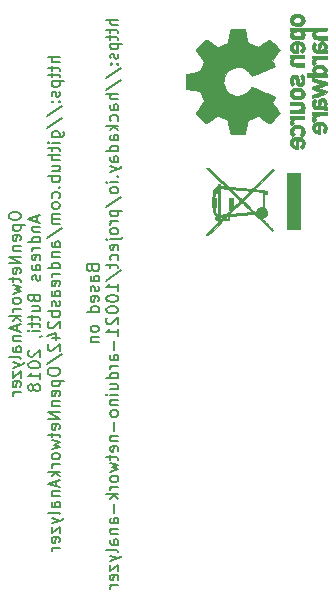
<source format=gbr>
G04 #@! TF.GenerationSoftware,KiCad,Pcbnew,6.0.0-rc1-unknown-0cca1c6~65~ubuntu16.04.1*
G04 #@! TF.CreationDate,2018-08-01T17:44:40+02:00*
G04 #@! TF.ProjectId,ArduinoSpecAn,41726475696E6F53706563416E2E6B69,1.0*
G04 #@! TF.SameCoordinates,Original*
G04 #@! TF.FileFunction,Legend,Bot*
G04 #@! TF.FilePolarity,Positive*
%FSLAX46Y46*%
G04 Gerber Fmt 4.6, Leading zero omitted, Abs format (unit mm)*
G04 Created by KiCad (PCBNEW 6.0.0-rc1-unknown-0cca1c6~65~ubuntu16.04.1) date Wed Aug  1 17:44:40 2018*
%MOMM*%
%LPD*%
G01*
G04 APERTURE LIST*
%ADD10C,0.150000*%
%ADD11C,0.010000*%
G04 APERTURE END LIST*
D10*
X137821380Y-103521809D02*
X137821380Y-103712285D01*
X137869000Y-103807523D01*
X137964238Y-103902761D01*
X138154714Y-103950380D01*
X138488047Y-103950380D01*
X138678523Y-103902761D01*
X138773761Y-103807523D01*
X138821380Y-103712285D01*
X138821380Y-103521809D01*
X138773761Y-103426571D01*
X138678523Y-103331333D01*
X138488047Y-103283714D01*
X138154714Y-103283714D01*
X137964238Y-103331333D01*
X137869000Y-103426571D01*
X137821380Y-103521809D01*
X138154714Y-104378952D02*
X139154714Y-104378952D01*
X138202333Y-104378952D02*
X138154714Y-104474190D01*
X138154714Y-104664666D01*
X138202333Y-104759904D01*
X138249952Y-104807523D01*
X138345190Y-104855142D01*
X138630904Y-104855142D01*
X138726142Y-104807523D01*
X138773761Y-104759904D01*
X138821380Y-104664666D01*
X138821380Y-104474190D01*
X138773761Y-104378952D01*
X138773761Y-105664666D02*
X138821380Y-105569428D01*
X138821380Y-105378952D01*
X138773761Y-105283714D01*
X138678523Y-105236095D01*
X138297571Y-105236095D01*
X138202333Y-105283714D01*
X138154714Y-105378952D01*
X138154714Y-105569428D01*
X138202333Y-105664666D01*
X138297571Y-105712285D01*
X138392809Y-105712285D01*
X138488047Y-105236095D01*
X138154714Y-106140857D02*
X138821380Y-106140857D01*
X138249952Y-106140857D02*
X138202333Y-106188476D01*
X138154714Y-106283714D01*
X138154714Y-106426571D01*
X138202333Y-106521809D01*
X138297571Y-106569428D01*
X138821380Y-106569428D01*
X138821380Y-107045619D02*
X137821380Y-107045619D01*
X138821380Y-107617047D01*
X137821380Y-107617047D01*
X138773761Y-108474190D02*
X138821380Y-108378952D01*
X138821380Y-108188476D01*
X138773761Y-108093238D01*
X138678523Y-108045619D01*
X138297571Y-108045619D01*
X138202333Y-108093238D01*
X138154714Y-108188476D01*
X138154714Y-108378952D01*
X138202333Y-108474190D01*
X138297571Y-108521809D01*
X138392809Y-108521809D01*
X138488047Y-108045619D01*
X138154714Y-108807523D02*
X138154714Y-109188476D01*
X137821380Y-108950380D02*
X138678523Y-108950380D01*
X138773761Y-108998000D01*
X138821380Y-109093238D01*
X138821380Y-109188476D01*
X138154714Y-109426571D02*
X138821380Y-109617047D01*
X138345190Y-109807523D01*
X138821380Y-109998000D01*
X138154714Y-110188476D01*
X138821380Y-110712285D02*
X138773761Y-110617047D01*
X138726142Y-110569428D01*
X138630904Y-110521809D01*
X138345190Y-110521809D01*
X138249952Y-110569428D01*
X138202333Y-110617047D01*
X138154714Y-110712285D01*
X138154714Y-110855142D01*
X138202333Y-110950380D01*
X138249952Y-110998000D01*
X138345190Y-111045619D01*
X138630904Y-111045619D01*
X138726142Y-110998000D01*
X138773761Y-110950380D01*
X138821380Y-110855142D01*
X138821380Y-110712285D01*
X138821380Y-111474190D02*
X138154714Y-111474190D01*
X138345190Y-111474190D02*
X138249952Y-111521809D01*
X138202333Y-111569428D01*
X138154714Y-111664666D01*
X138154714Y-111759904D01*
X138821380Y-112093238D02*
X137821380Y-112093238D01*
X138440428Y-112188476D02*
X138821380Y-112474190D01*
X138154714Y-112474190D02*
X138535666Y-112093238D01*
X138535666Y-112855142D02*
X138535666Y-113331333D01*
X138821380Y-112759904D02*
X137821380Y-113093238D01*
X138821380Y-113426571D01*
X138154714Y-113759904D02*
X138821380Y-113759904D01*
X138249952Y-113759904D02*
X138202333Y-113807523D01*
X138154714Y-113902761D01*
X138154714Y-114045619D01*
X138202333Y-114140857D01*
X138297571Y-114188476D01*
X138821380Y-114188476D01*
X138821380Y-115093238D02*
X138297571Y-115093238D01*
X138202333Y-115045619D01*
X138154714Y-114950380D01*
X138154714Y-114759904D01*
X138202333Y-114664666D01*
X138773761Y-115093238D02*
X138821380Y-114998000D01*
X138821380Y-114759904D01*
X138773761Y-114664666D01*
X138678523Y-114617047D01*
X138583285Y-114617047D01*
X138488047Y-114664666D01*
X138440428Y-114759904D01*
X138440428Y-114998000D01*
X138392809Y-115093238D01*
X138821380Y-115712285D02*
X138773761Y-115617047D01*
X138678523Y-115569428D01*
X137821380Y-115569428D01*
X138154714Y-115998000D02*
X138821380Y-116236095D01*
X138154714Y-116474190D02*
X138821380Y-116236095D01*
X139059476Y-116140857D01*
X139107095Y-116093238D01*
X139154714Y-115998000D01*
X138154714Y-116759904D02*
X138154714Y-117283714D01*
X138821380Y-116759904D01*
X138821380Y-117283714D01*
X138773761Y-118045619D02*
X138821380Y-117950380D01*
X138821380Y-117759904D01*
X138773761Y-117664666D01*
X138678523Y-117617047D01*
X138297571Y-117617047D01*
X138202333Y-117664666D01*
X138154714Y-117759904D01*
X138154714Y-117950380D01*
X138202333Y-118045619D01*
X138297571Y-118093238D01*
X138392809Y-118093238D01*
X138488047Y-117617047D01*
X138821380Y-118521809D02*
X138154714Y-118521809D01*
X138345190Y-118521809D02*
X138249952Y-118569428D01*
X138202333Y-118617047D01*
X138154714Y-118712285D01*
X138154714Y-118807523D01*
X140185666Y-103593238D02*
X140185666Y-104069428D01*
X140471380Y-103498000D02*
X139471380Y-103831333D01*
X140471380Y-104164666D01*
X139804714Y-104498000D02*
X140471380Y-104498000D01*
X139899952Y-104498000D02*
X139852333Y-104545619D01*
X139804714Y-104640857D01*
X139804714Y-104783714D01*
X139852333Y-104878952D01*
X139947571Y-104926571D01*
X140471380Y-104926571D01*
X140471380Y-105831333D02*
X139471380Y-105831333D01*
X140423761Y-105831333D02*
X140471380Y-105736095D01*
X140471380Y-105545619D01*
X140423761Y-105450380D01*
X140376142Y-105402761D01*
X140280904Y-105355142D01*
X139995190Y-105355142D01*
X139899952Y-105402761D01*
X139852333Y-105450380D01*
X139804714Y-105545619D01*
X139804714Y-105736095D01*
X139852333Y-105831333D01*
X140471380Y-106307523D02*
X139804714Y-106307523D01*
X139995190Y-106307523D02*
X139899952Y-106355142D01*
X139852333Y-106402761D01*
X139804714Y-106498000D01*
X139804714Y-106593238D01*
X140423761Y-107307523D02*
X140471380Y-107212285D01*
X140471380Y-107021809D01*
X140423761Y-106926571D01*
X140328523Y-106878952D01*
X139947571Y-106878952D01*
X139852333Y-106926571D01*
X139804714Y-107021809D01*
X139804714Y-107212285D01*
X139852333Y-107307523D01*
X139947571Y-107355142D01*
X140042809Y-107355142D01*
X140138047Y-106878952D01*
X140471380Y-108212285D02*
X139947571Y-108212285D01*
X139852333Y-108164666D01*
X139804714Y-108069428D01*
X139804714Y-107878952D01*
X139852333Y-107783714D01*
X140423761Y-108212285D02*
X140471380Y-108117047D01*
X140471380Y-107878952D01*
X140423761Y-107783714D01*
X140328523Y-107736095D01*
X140233285Y-107736095D01*
X140138047Y-107783714D01*
X140090428Y-107878952D01*
X140090428Y-108117047D01*
X140042809Y-108212285D01*
X140423761Y-108640857D02*
X140471380Y-108736095D01*
X140471380Y-108926571D01*
X140423761Y-109021809D01*
X140328523Y-109069428D01*
X140280904Y-109069428D01*
X140185666Y-109021809D01*
X140138047Y-108926571D01*
X140138047Y-108783714D01*
X140090428Y-108688476D01*
X139995190Y-108640857D01*
X139947571Y-108640857D01*
X139852333Y-108688476D01*
X139804714Y-108783714D01*
X139804714Y-108926571D01*
X139852333Y-109021809D01*
X139947571Y-110593238D02*
X139995190Y-110736095D01*
X140042809Y-110783714D01*
X140138047Y-110831333D01*
X140280904Y-110831333D01*
X140376142Y-110783714D01*
X140423761Y-110736095D01*
X140471380Y-110640857D01*
X140471380Y-110259904D01*
X139471380Y-110259904D01*
X139471380Y-110593238D01*
X139519000Y-110688476D01*
X139566619Y-110736095D01*
X139661857Y-110783714D01*
X139757095Y-110783714D01*
X139852333Y-110736095D01*
X139899952Y-110688476D01*
X139947571Y-110593238D01*
X139947571Y-110259904D01*
X139804714Y-111688476D02*
X140471380Y-111688476D01*
X139804714Y-111259904D02*
X140328523Y-111259904D01*
X140423761Y-111307523D01*
X140471380Y-111402761D01*
X140471380Y-111545619D01*
X140423761Y-111640857D01*
X140376142Y-111688476D01*
X139804714Y-112021809D02*
X139804714Y-112402761D01*
X139471380Y-112164666D02*
X140328523Y-112164666D01*
X140423761Y-112212285D01*
X140471380Y-112307523D01*
X140471380Y-112402761D01*
X139804714Y-112593238D02*
X139804714Y-112974190D01*
X139471380Y-112736095D02*
X140328523Y-112736095D01*
X140423761Y-112783714D01*
X140471380Y-112878952D01*
X140471380Y-112974190D01*
X140471380Y-113307523D02*
X139804714Y-113307523D01*
X139471380Y-113307523D02*
X139519000Y-113259904D01*
X139566619Y-113307523D01*
X139519000Y-113355142D01*
X139471380Y-113307523D01*
X139566619Y-113307523D01*
X140423761Y-113831333D02*
X140471380Y-113831333D01*
X140566619Y-113783714D01*
X140614238Y-113736095D01*
X139566619Y-114974190D02*
X139519000Y-115021809D01*
X139471380Y-115117047D01*
X139471380Y-115355142D01*
X139519000Y-115450380D01*
X139566619Y-115498000D01*
X139661857Y-115545619D01*
X139757095Y-115545619D01*
X139899952Y-115498000D01*
X140471380Y-114926571D01*
X140471380Y-115545619D01*
X139471380Y-116164666D02*
X139471380Y-116259904D01*
X139519000Y-116355142D01*
X139566619Y-116402761D01*
X139661857Y-116450380D01*
X139852333Y-116498000D01*
X140090428Y-116498000D01*
X140280904Y-116450380D01*
X140376142Y-116402761D01*
X140423761Y-116355142D01*
X140471380Y-116259904D01*
X140471380Y-116164666D01*
X140423761Y-116069428D01*
X140376142Y-116021809D01*
X140280904Y-115974190D01*
X140090428Y-115926571D01*
X139852333Y-115926571D01*
X139661857Y-115974190D01*
X139566619Y-116021809D01*
X139519000Y-116069428D01*
X139471380Y-116164666D01*
X140471380Y-117450380D02*
X140471380Y-116878952D01*
X140471380Y-117164666D02*
X139471380Y-117164666D01*
X139614238Y-117069428D01*
X139709476Y-116974190D01*
X139757095Y-116878952D01*
X139899952Y-118021809D02*
X139852333Y-117926571D01*
X139804714Y-117878952D01*
X139709476Y-117831333D01*
X139661857Y-117831333D01*
X139566619Y-117878952D01*
X139519000Y-117926571D01*
X139471380Y-118021809D01*
X139471380Y-118212285D01*
X139519000Y-118307523D01*
X139566619Y-118355142D01*
X139661857Y-118402761D01*
X139709476Y-118402761D01*
X139804714Y-118355142D01*
X139852333Y-118307523D01*
X139899952Y-118212285D01*
X139899952Y-118021809D01*
X139947571Y-117926571D01*
X139995190Y-117878952D01*
X140090428Y-117831333D01*
X140280904Y-117831333D01*
X140376142Y-117878952D01*
X140423761Y-117926571D01*
X140471380Y-118021809D01*
X140471380Y-118212285D01*
X140423761Y-118307523D01*
X140376142Y-118355142D01*
X140280904Y-118402761D01*
X140090428Y-118402761D01*
X139995190Y-118355142D01*
X139947571Y-118307523D01*
X139899952Y-118212285D01*
X142121380Y-90164666D02*
X141121380Y-90164666D01*
X142121380Y-90593238D02*
X141597571Y-90593238D01*
X141502333Y-90545619D01*
X141454714Y-90450380D01*
X141454714Y-90307523D01*
X141502333Y-90212285D01*
X141549952Y-90164666D01*
X141454714Y-90926571D02*
X141454714Y-91307523D01*
X141121380Y-91069428D02*
X141978523Y-91069428D01*
X142073761Y-91117047D01*
X142121380Y-91212285D01*
X142121380Y-91307523D01*
X141454714Y-91498000D02*
X141454714Y-91878952D01*
X141121380Y-91640857D02*
X141978523Y-91640857D01*
X142073761Y-91688476D01*
X142121380Y-91783714D01*
X142121380Y-91878952D01*
X141454714Y-92212285D02*
X142454714Y-92212285D01*
X141502333Y-92212285D02*
X141454714Y-92307523D01*
X141454714Y-92498000D01*
X141502333Y-92593238D01*
X141549952Y-92640857D01*
X141645190Y-92688476D01*
X141930904Y-92688476D01*
X142026142Y-92640857D01*
X142073761Y-92593238D01*
X142121380Y-92498000D01*
X142121380Y-92307523D01*
X142073761Y-92212285D01*
X142073761Y-93069428D02*
X142121380Y-93164666D01*
X142121380Y-93355142D01*
X142073761Y-93450380D01*
X141978523Y-93498000D01*
X141930904Y-93498000D01*
X141835666Y-93450380D01*
X141788047Y-93355142D01*
X141788047Y-93212285D01*
X141740428Y-93117047D01*
X141645190Y-93069428D01*
X141597571Y-93069428D01*
X141502333Y-93117047D01*
X141454714Y-93212285D01*
X141454714Y-93355142D01*
X141502333Y-93450380D01*
X142026142Y-93926571D02*
X142073761Y-93974190D01*
X142121380Y-93926571D01*
X142073761Y-93878952D01*
X142026142Y-93926571D01*
X142121380Y-93926571D01*
X141502333Y-93926571D02*
X141549952Y-93974190D01*
X141597571Y-93926571D01*
X141549952Y-93878952D01*
X141502333Y-93926571D01*
X141597571Y-93926571D01*
X141073761Y-95117047D02*
X142359476Y-94259904D01*
X141073761Y-96164666D02*
X142359476Y-95307523D01*
X141454714Y-96926571D02*
X142264238Y-96926571D01*
X142359476Y-96878952D01*
X142407095Y-96831333D01*
X142454714Y-96736095D01*
X142454714Y-96593238D01*
X142407095Y-96498000D01*
X142073761Y-96926571D02*
X142121380Y-96831333D01*
X142121380Y-96640857D01*
X142073761Y-96545619D01*
X142026142Y-96498000D01*
X141930904Y-96450380D01*
X141645190Y-96450380D01*
X141549952Y-96498000D01*
X141502333Y-96545619D01*
X141454714Y-96640857D01*
X141454714Y-96831333D01*
X141502333Y-96926571D01*
X142121380Y-97402761D02*
X141454714Y-97402761D01*
X141121380Y-97402761D02*
X141169000Y-97355142D01*
X141216619Y-97402761D01*
X141169000Y-97450380D01*
X141121380Y-97402761D01*
X141216619Y-97402761D01*
X141454714Y-97736095D02*
X141454714Y-98117047D01*
X141121380Y-97878952D02*
X141978523Y-97878952D01*
X142073761Y-97926571D01*
X142121380Y-98021809D01*
X142121380Y-98117047D01*
X142121380Y-98450380D02*
X141121380Y-98450380D01*
X142121380Y-98878952D02*
X141597571Y-98878952D01*
X141502333Y-98831333D01*
X141454714Y-98736095D01*
X141454714Y-98593238D01*
X141502333Y-98498000D01*
X141549952Y-98450380D01*
X141454714Y-99783714D02*
X142121380Y-99783714D01*
X141454714Y-99355142D02*
X141978523Y-99355142D01*
X142073761Y-99402761D01*
X142121380Y-99498000D01*
X142121380Y-99640857D01*
X142073761Y-99736095D01*
X142026142Y-99783714D01*
X142121380Y-100259904D02*
X141121380Y-100259904D01*
X141502333Y-100259904D02*
X141454714Y-100355142D01*
X141454714Y-100545619D01*
X141502333Y-100640857D01*
X141549952Y-100688476D01*
X141645190Y-100736095D01*
X141930904Y-100736095D01*
X142026142Y-100688476D01*
X142073761Y-100640857D01*
X142121380Y-100545619D01*
X142121380Y-100355142D01*
X142073761Y-100259904D01*
X142026142Y-101164666D02*
X142073761Y-101212285D01*
X142121380Y-101164666D01*
X142073761Y-101117047D01*
X142026142Y-101164666D01*
X142121380Y-101164666D01*
X142073761Y-102069428D02*
X142121380Y-101974190D01*
X142121380Y-101783714D01*
X142073761Y-101688476D01*
X142026142Y-101640857D01*
X141930904Y-101593238D01*
X141645190Y-101593238D01*
X141549952Y-101640857D01*
X141502333Y-101688476D01*
X141454714Y-101783714D01*
X141454714Y-101974190D01*
X141502333Y-102069428D01*
X142121380Y-102640857D02*
X142073761Y-102545619D01*
X142026142Y-102498000D01*
X141930904Y-102450380D01*
X141645190Y-102450380D01*
X141549952Y-102498000D01*
X141502333Y-102545619D01*
X141454714Y-102640857D01*
X141454714Y-102783714D01*
X141502333Y-102878952D01*
X141549952Y-102926571D01*
X141645190Y-102974190D01*
X141930904Y-102974190D01*
X142026142Y-102926571D01*
X142073761Y-102878952D01*
X142121380Y-102783714D01*
X142121380Y-102640857D01*
X142121380Y-103402761D02*
X141454714Y-103402761D01*
X141549952Y-103402761D02*
X141502333Y-103450380D01*
X141454714Y-103545619D01*
X141454714Y-103688476D01*
X141502333Y-103783714D01*
X141597571Y-103831333D01*
X142121380Y-103831333D01*
X141597571Y-103831333D02*
X141502333Y-103878952D01*
X141454714Y-103974190D01*
X141454714Y-104117047D01*
X141502333Y-104212285D01*
X141597571Y-104259904D01*
X142121380Y-104259904D01*
X141073761Y-105450380D02*
X142359476Y-104593238D01*
X142121380Y-106212285D02*
X141597571Y-106212285D01*
X141502333Y-106164666D01*
X141454714Y-106069428D01*
X141454714Y-105878952D01*
X141502333Y-105783714D01*
X142073761Y-106212285D02*
X142121380Y-106117047D01*
X142121380Y-105878952D01*
X142073761Y-105783714D01*
X141978523Y-105736095D01*
X141883285Y-105736095D01*
X141788047Y-105783714D01*
X141740428Y-105878952D01*
X141740428Y-106117047D01*
X141692809Y-106212285D01*
X141454714Y-106688476D02*
X142121380Y-106688476D01*
X141549952Y-106688476D02*
X141502333Y-106736095D01*
X141454714Y-106831333D01*
X141454714Y-106974190D01*
X141502333Y-107069428D01*
X141597571Y-107117047D01*
X142121380Y-107117047D01*
X142121380Y-108021809D02*
X141121380Y-108021809D01*
X142073761Y-108021809D02*
X142121380Y-107926571D01*
X142121380Y-107736095D01*
X142073761Y-107640857D01*
X142026142Y-107593238D01*
X141930904Y-107545619D01*
X141645190Y-107545619D01*
X141549952Y-107593238D01*
X141502333Y-107640857D01*
X141454714Y-107736095D01*
X141454714Y-107926571D01*
X141502333Y-108021809D01*
X142121380Y-108498000D02*
X141454714Y-108498000D01*
X141645190Y-108498000D02*
X141549952Y-108545619D01*
X141502333Y-108593238D01*
X141454714Y-108688476D01*
X141454714Y-108783714D01*
X142073761Y-109498000D02*
X142121380Y-109402761D01*
X142121380Y-109212285D01*
X142073761Y-109117047D01*
X141978523Y-109069428D01*
X141597571Y-109069428D01*
X141502333Y-109117047D01*
X141454714Y-109212285D01*
X141454714Y-109402761D01*
X141502333Y-109498000D01*
X141597571Y-109545619D01*
X141692809Y-109545619D01*
X141788047Y-109069428D01*
X142121380Y-110402761D02*
X141597571Y-110402761D01*
X141502333Y-110355142D01*
X141454714Y-110259904D01*
X141454714Y-110069428D01*
X141502333Y-109974190D01*
X142073761Y-110402761D02*
X142121380Y-110307523D01*
X142121380Y-110069428D01*
X142073761Y-109974190D01*
X141978523Y-109926571D01*
X141883285Y-109926571D01*
X141788047Y-109974190D01*
X141740428Y-110069428D01*
X141740428Y-110307523D01*
X141692809Y-110402761D01*
X142073761Y-110831333D02*
X142121380Y-110926571D01*
X142121380Y-111117047D01*
X142073761Y-111212285D01*
X141978523Y-111259904D01*
X141930904Y-111259904D01*
X141835666Y-111212285D01*
X141788047Y-111117047D01*
X141788047Y-110974190D01*
X141740428Y-110878952D01*
X141645190Y-110831333D01*
X141597571Y-110831333D01*
X141502333Y-110878952D01*
X141454714Y-110974190D01*
X141454714Y-111117047D01*
X141502333Y-111212285D01*
X142121380Y-111688476D02*
X141121380Y-111688476D01*
X141502333Y-111688476D02*
X141454714Y-111783714D01*
X141454714Y-111974190D01*
X141502333Y-112069428D01*
X141549952Y-112117047D01*
X141645190Y-112164666D01*
X141930904Y-112164666D01*
X142026142Y-112117047D01*
X142073761Y-112069428D01*
X142121380Y-111974190D01*
X142121380Y-111783714D01*
X142073761Y-111688476D01*
X141216619Y-112545619D02*
X141169000Y-112593238D01*
X141121380Y-112688476D01*
X141121380Y-112926571D01*
X141169000Y-113021809D01*
X141216619Y-113069428D01*
X141311857Y-113117047D01*
X141407095Y-113117047D01*
X141549952Y-113069428D01*
X142121380Y-112497999D01*
X142121380Y-113117047D01*
X141454714Y-113974190D02*
X142121380Y-113974190D01*
X141073761Y-113736095D02*
X141788047Y-113497999D01*
X141788047Y-114117047D01*
X141216619Y-114450380D02*
X141169000Y-114497999D01*
X141121380Y-114593238D01*
X141121380Y-114831333D01*
X141169000Y-114926571D01*
X141216619Y-114974190D01*
X141311857Y-115021809D01*
X141407095Y-115021809D01*
X141549952Y-114974190D01*
X142121380Y-114402761D01*
X142121380Y-115021809D01*
X141073761Y-116164666D02*
X142359476Y-115307523D01*
X141121380Y-116688476D02*
X141121380Y-116878952D01*
X141169000Y-116974190D01*
X141264238Y-117069428D01*
X141454714Y-117117047D01*
X141788047Y-117117047D01*
X141978523Y-117069428D01*
X142073761Y-116974190D01*
X142121380Y-116878952D01*
X142121380Y-116688476D01*
X142073761Y-116593238D01*
X141978523Y-116497999D01*
X141788047Y-116450380D01*
X141454714Y-116450380D01*
X141264238Y-116497999D01*
X141169000Y-116593238D01*
X141121380Y-116688476D01*
X141454714Y-117545619D02*
X142454714Y-117545619D01*
X141502333Y-117545619D02*
X141454714Y-117640857D01*
X141454714Y-117831333D01*
X141502333Y-117926571D01*
X141549952Y-117974190D01*
X141645190Y-118021809D01*
X141930904Y-118021809D01*
X142026142Y-117974190D01*
X142073761Y-117926571D01*
X142121380Y-117831333D01*
X142121380Y-117640857D01*
X142073761Y-117545619D01*
X142073761Y-118831333D02*
X142121380Y-118736095D01*
X142121380Y-118545619D01*
X142073761Y-118450380D01*
X141978523Y-118402761D01*
X141597571Y-118402761D01*
X141502333Y-118450380D01*
X141454714Y-118545619D01*
X141454714Y-118736095D01*
X141502333Y-118831333D01*
X141597571Y-118878952D01*
X141692809Y-118878952D01*
X141788047Y-118402761D01*
X141454714Y-119307523D02*
X142121380Y-119307523D01*
X141549952Y-119307523D02*
X141502333Y-119355142D01*
X141454714Y-119450380D01*
X141454714Y-119593238D01*
X141502333Y-119688476D01*
X141597571Y-119736095D01*
X142121380Y-119736095D01*
X142121380Y-120212285D02*
X141121380Y-120212285D01*
X142121380Y-120783714D01*
X141121380Y-120783714D01*
X142073761Y-121640857D02*
X142121380Y-121545619D01*
X142121380Y-121355142D01*
X142073761Y-121259904D01*
X141978523Y-121212285D01*
X141597571Y-121212285D01*
X141502333Y-121259904D01*
X141454714Y-121355142D01*
X141454714Y-121545619D01*
X141502333Y-121640857D01*
X141597571Y-121688476D01*
X141692809Y-121688476D01*
X141788047Y-121212285D01*
X141454714Y-121974190D02*
X141454714Y-122355142D01*
X141121380Y-122117047D02*
X141978523Y-122117047D01*
X142073761Y-122164666D01*
X142121380Y-122259904D01*
X142121380Y-122355142D01*
X141454714Y-122593238D02*
X142121380Y-122783714D01*
X141645190Y-122974190D01*
X142121380Y-123164666D01*
X141454714Y-123355142D01*
X142121380Y-123878952D02*
X142073761Y-123783714D01*
X142026142Y-123736095D01*
X141930904Y-123688476D01*
X141645190Y-123688476D01*
X141549952Y-123736095D01*
X141502333Y-123783714D01*
X141454714Y-123878952D01*
X141454714Y-124021809D01*
X141502333Y-124117047D01*
X141549952Y-124164666D01*
X141645190Y-124212285D01*
X141930904Y-124212285D01*
X142026142Y-124164666D01*
X142073761Y-124117047D01*
X142121380Y-124021809D01*
X142121380Y-123878952D01*
X142121380Y-124640857D02*
X141454714Y-124640857D01*
X141645190Y-124640857D02*
X141549952Y-124688476D01*
X141502333Y-124736095D01*
X141454714Y-124831333D01*
X141454714Y-124926571D01*
X142121380Y-125259904D02*
X141121380Y-125259904D01*
X141740428Y-125355142D02*
X142121380Y-125640857D01*
X141454714Y-125640857D02*
X141835666Y-125259904D01*
X141835666Y-126021809D02*
X141835666Y-126497999D01*
X142121380Y-125926571D02*
X141121380Y-126259904D01*
X142121380Y-126593238D01*
X141454714Y-126926571D02*
X142121380Y-126926571D01*
X141549952Y-126926571D02*
X141502333Y-126974190D01*
X141454714Y-127069428D01*
X141454714Y-127212285D01*
X141502333Y-127307523D01*
X141597571Y-127355142D01*
X142121380Y-127355142D01*
X142121380Y-128259904D02*
X141597571Y-128259904D01*
X141502333Y-128212285D01*
X141454714Y-128117047D01*
X141454714Y-127926571D01*
X141502333Y-127831333D01*
X142073761Y-128259904D02*
X142121380Y-128164666D01*
X142121380Y-127926571D01*
X142073761Y-127831333D01*
X141978523Y-127783714D01*
X141883285Y-127783714D01*
X141788047Y-127831333D01*
X141740428Y-127926571D01*
X141740428Y-128164666D01*
X141692809Y-128259904D01*
X142121380Y-128878952D02*
X142073761Y-128783714D01*
X141978523Y-128736095D01*
X141121380Y-128736095D01*
X141454714Y-129164666D02*
X142121380Y-129402761D01*
X141454714Y-129640857D02*
X142121380Y-129402761D01*
X142359476Y-129307523D01*
X142407095Y-129259904D01*
X142454714Y-129164666D01*
X141454714Y-129926571D02*
X141454714Y-130450380D01*
X142121380Y-129926571D01*
X142121380Y-130450380D01*
X142073761Y-131212285D02*
X142121380Y-131117047D01*
X142121380Y-130926571D01*
X142073761Y-130831333D01*
X141978523Y-130783714D01*
X141597571Y-130783714D01*
X141502333Y-130831333D01*
X141454714Y-130926571D01*
X141454714Y-131117047D01*
X141502333Y-131212285D01*
X141597571Y-131259904D01*
X141692809Y-131259904D01*
X141788047Y-130783714D01*
X142121380Y-131688476D02*
X141454714Y-131688476D01*
X141645190Y-131688476D02*
X141549952Y-131736095D01*
X141502333Y-131783714D01*
X141454714Y-131878952D01*
X141454714Y-131974190D01*
X144897571Y-108045619D02*
X144945190Y-108188476D01*
X144992809Y-108236095D01*
X145088047Y-108283714D01*
X145230904Y-108283714D01*
X145326142Y-108236095D01*
X145373761Y-108188476D01*
X145421380Y-108093238D01*
X145421380Y-107712285D01*
X144421380Y-107712285D01*
X144421380Y-108045619D01*
X144469000Y-108140857D01*
X144516619Y-108188476D01*
X144611857Y-108236095D01*
X144707095Y-108236095D01*
X144802333Y-108188476D01*
X144849952Y-108140857D01*
X144897571Y-108045619D01*
X144897571Y-107712285D01*
X145421380Y-109140857D02*
X144897571Y-109140857D01*
X144802333Y-109093238D01*
X144754714Y-108998000D01*
X144754714Y-108807523D01*
X144802333Y-108712285D01*
X145373761Y-109140857D02*
X145421380Y-109045619D01*
X145421380Y-108807523D01*
X145373761Y-108712285D01*
X145278523Y-108664666D01*
X145183285Y-108664666D01*
X145088047Y-108712285D01*
X145040428Y-108807523D01*
X145040428Y-109045619D01*
X144992809Y-109140857D01*
X145373761Y-109569428D02*
X145421380Y-109664666D01*
X145421380Y-109855142D01*
X145373761Y-109950380D01*
X145278523Y-109998000D01*
X145230904Y-109998000D01*
X145135666Y-109950380D01*
X145088047Y-109855142D01*
X145088047Y-109712285D01*
X145040428Y-109617047D01*
X144945190Y-109569428D01*
X144897571Y-109569428D01*
X144802333Y-109617047D01*
X144754714Y-109712285D01*
X144754714Y-109855142D01*
X144802333Y-109950380D01*
X145373761Y-110807523D02*
X145421380Y-110712285D01*
X145421380Y-110521809D01*
X145373761Y-110426571D01*
X145278523Y-110378952D01*
X144897571Y-110378952D01*
X144802333Y-110426571D01*
X144754714Y-110521809D01*
X144754714Y-110712285D01*
X144802333Y-110807523D01*
X144897571Y-110855142D01*
X144992809Y-110855142D01*
X145088047Y-110378952D01*
X145421380Y-111712285D02*
X144421380Y-111712285D01*
X145373761Y-111712285D02*
X145421380Y-111617047D01*
X145421380Y-111426571D01*
X145373761Y-111331333D01*
X145326142Y-111283714D01*
X145230904Y-111236095D01*
X144945190Y-111236095D01*
X144849952Y-111283714D01*
X144802333Y-111331333D01*
X144754714Y-111426571D01*
X144754714Y-111617047D01*
X144802333Y-111712285D01*
X145421380Y-113093238D02*
X145373761Y-112998000D01*
X145326142Y-112950380D01*
X145230904Y-112902761D01*
X144945190Y-112902761D01*
X144849952Y-112950380D01*
X144802333Y-112998000D01*
X144754714Y-113093238D01*
X144754714Y-113236095D01*
X144802333Y-113331333D01*
X144849952Y-113378952D01*
X144945190Y-113426571D01*
X145230904Y-113426571D01*
X145326142Y-113378952D01*
X145373761Y-113331333D01*
X145421380Y-113236095D01*
X145421380Y-113093238D01*
X144754714Y-113855142D02*
X145421380Y-113855142D01*
X144849952Y-113855142D02*
X144802333Y-113902761D01*
X144754714Y-113998000D01*
X144754714Y-114140857D01*
X144802333Y-114236095D01*
X144897571Y-114283714D01*
X145421380Y-114283714D01*
X147071380Y-86974190D02*
X146071380Y-86974190D01*
X147071380Y-87402761D02*
X146547571Y-87402761D01*
X146452333Y-87355142D01*
X146404714Y-87259904D01*
X146404714Y-87117047D01*
X146452333Y-87021809D01*
X146499952Y-86974190D01*
X146404714Y-87736095D02*
X146404714Y-88117047D01*
X146071380Y-87878952D02*
X146928523Y-87878952D01*
X147023761Y-87926571D01*
X147071380Y-88021809D01*
X147071380Y-88117047D01*
X146404714Y-88307523D02*
X146404714Y-88688476D01*
X146071380Y-88450380D02*
X146928523Y-88450380D01*
X147023761Y-88498000D01*
X147071380Y-88593238D01*
X147071380Y-88688476D01*
X146404714Y-89021809D02*
X147404714Y-89021809D01*
X146452333Y-89021809D02*
X146404714Y-89117047D01*
X146404714Y-89307523D01*
X146452333Y-89402761D01*
X146499952Y-89450380D01*
X146595190Y-89498000D01*
X146880904Y-89498000D01*
X146976142Y-89450380D01*
X147023761Y-89402761D01*
X147071380Y-89307523D01*
X147071380Y-89117047D01*
X147023761Y-89021809D01*
X147023761Y-89878952D02*
X147071380Y-89974190D01*
X147071380Y-90164666D01*
X147023761Y-90259904D01*
X146928523Y-90307523D01*
X146880904Y-90307523D01*
X146785666Y-90259904D01*
X146738047Y-90164666D01*
X146738047Y-90021809D01*
X146690428Y-89926571D01*
X146595190Y-89878952D01*
X146547571Y-89878952D01*
X146452333Y-89926571D01*
X146404714Y-90021809D01*
X146404714Y-90164666D01*
X146452333Y-90259904D01*
X146976142Y-90736095D02*
X147023761Y-90783714D01*
X147071380Y-90736095D01*
X147023761Y-90688476D01*
X146976142Y-90736095D01*
X147071380Y-90736095D01*
X146452333Y-90736095D02*
X146499952Y-90783714D01*
X146547571Y-90736095D01*
X146499952Y-90688476D01*
X146452333Y-90736095D01*
X146547571Y-90736095D01*
X146023761Y-91926571D02*
X147309476Y-91069428D01*
X146023761Y-92974190D02*
X147309476Y-92117047D01*
X147071380Y-93307523D02*
X146071380Y-93307523D01*
X147071380Y-93736095D02*
X146547571Y-93736095D01*
X146452333Y-93688476D01*
X146404714Y-93593238D01*
X146404714Y-93450380D01*
X146452333Y-93355142D01*
X146499952Y-93307523D01*
X147071380Y-94640857D02*
X146547571Y-94640857D01*
X146452333Y-94593238D01*
X146404714Y-94498000D01*
X146404714Y-94307523D01*
X146452333Y-94212285D01*
X147023761Y-94640857D02*
X147071380Y-94545619D01*
X147071380Y-94307523D01*
X147023761Y-94212285D01*
X146928523Y-94164666D01*
X146833285Y-94164666D01*
X146738047Y-94212285D01*
X146690428Y-94307523D01*
X146690428Y-94545619D01*
X146642809Y-94640857D01*
X147023761Y-95545619D02*
X147071380Y-95450380D01*
X147071380Y-95259904D01*
X147023761Y-95164666D01*
X146976142Y-95117047D01*
X146880904Y-95069428D01*
X146595190Y-95069428D01*
X146499952Y-95117047D01*
X146452333Y-95164666D01*
X146404714Y-95259904D01*
X146404714Y-95450380D01*
X146452333Y-95545619D01*
X147071380Y-95974190D02*
X146071380Y-95974190D01*
X146690428Y-96069428D02*
X147071380Y-96355142D01*
X146404714Y-96355142D02*
X146785666Y-95974190D01*
X147071380Y-97212285D02*
X146547571Y-97212285D01*
X146452333Y-97164666D01*
X146404714Y-97069428D01*
X146404714Y-96878952D01*
X146452333Y-96783714D01*
X147023761Y-97212285D02*
X147071380Y-97117047D01*
X147071380Y-96878952D01*
X147023761Y-96783714D01*
X146928523Y-96736095D01*
X146833285Y-96736095D01*
X146738047Y-96783714D01*
X146690428Y-96878952D01*
X146690428Y-97117047D01*
X146642809Y-97212285D01*
X147071380Y-98117047D02*
X146071380Y-98117047D01*
X147023761Y-98117047D02*
X147071380Y-98021809D01*
X147071380Y-97831333D01*
X147023761Y-97736095D01*
X146976142Y-97688476D01*
X146880904Y-97640857D01*
X146595190Y-97640857D01*
X146499952Y-97688476D01*
X146452333Y-97736095D01*
X146404714Y-97831333D01*
X146404714Y-98021809D01*
X146452333Y-98117047D01*
X147071380Y-99021809D02*
X146547571Y-99021809D01*
X146452333Y-98974190D01*
X146404714Y-98878952D01*
X146404714Y-98688476D01*
X146452333Y-98593238D01*
X147023761Y-99021809D02*
X147071380Y-98926571D01*
X147071380Y-98688476D01*
X147023761Y-98593238D01*
X146928523Y-98545619D01*
X146833285Y-98545619D01*
X146738047Y-98593238D01*
X146690428Y-98688476D01*
X146690428Y-98926571D01*
X146642809Y-99021809D01*
X146404714Y-99402761D02*
X147071380Y-99640857D01*
X146404714Y-99878952D02*
X147071380Y-99640857D01*
X147309476Y-99545619D01*
X147357095Y-99497999D01*
X147404714Y-99402761D01*
X146976142Y-100259904D02*
X147023761Y-100307523D01*
X147071380Y-100259904D01*
X147023761Y-100212285D01*
X146976142Y-100259904D01*
X147071380Y-100259904D01*
X147071380Y-100736095D02*
X146404714Y-100736095D01*
X146071380Y-100736095D02*
X146119000Y-100688476D01*
X146166619Y-100736095D01*
X146119000Y-100783714D01*
X146071380Y-100736095D01*
X146166619Y-100736095D01*
X147071380Y-101355142D02*
X147023761Y-101259904D01*
X146976142Y-101212285D01*
X146880904Y-101164666D01*
X146595190Y-101164666D01*
X146499952Y-101212285D01*
X146452333Y-101259904D01*
X146404714Y-101355142D01*
X146404714Y-101497999D01*
X146452333Y-101593238D01*
X146499952Y-101640857D01*
X146595190Y-101688476D01*
X146880904Y-101688476D01*
X146976142Y-101640857D01*
X147023761Y-101593238D01*
X147071380Y-101497999D01*
X147071380Y-101355142D01*
X146023761Y-102831333D02*
X147309476Y-101974190D01*
X146404714Y-103164666D02*
X147404714Y-103164666D01*
X146452333Y-103164666D02*
X146404714Y-103259904D01*
X146404714Y-103450380D01*
X146452333Y-103545619D01*
X146499952Y-103593238D01*
X146595190Y-103640857D01*
X146880904Y-103640857D01*
X146976142Y-103593238D01*
X147023761Y-103545619D01*
X147071380Y-103450380D01*
X147071380Y-103259904D01*
X147023761Y-103164666D01*
X147071380Y-104069428D02*
X146404714Y-104069428D01*
X146595190Y-104069428D02*
X146499952Y-104117047D01*
X146452333Y-104164666D01*
X146404714Y-104259904D01*
X146404714Y-104355142D01*
X147071380Y-104831333D02*
X147023761Y-104736095D01*
X146976142Y-104688476D01*
X146880904Y-104640857D01*
X146595190Y-104640857D01*
X146499952Y-104688476D01*
X146452333Y-104736095D01*
X146404714Y-104831333D01*
X146404714Y-104974190D01*
X146452333Y-105069428D01*
X146499952Y-105117047D01*
X146595190Y-105164666D01*
X146880904Y-105164666D01*
X146976142Y-105117047D01*
X147023761Y-105069428D01*
X147071380Y-104974190D01*
X147071380Y-104831333D01*
X146404714Y-105593238D02*
X147261857Y-105593238D01*
X147357095Y-105545619D01*
X147404714Y-105450380D01*
X147404714Y-105402761D01*
X146071380Y-105593238D02*
X146119000Y-105545619D01*
X146166619Y-105593238D01*
X146119000Y-105640857D01*
X146071380Y-105593238D01*
X146166619Y-105593238D01*
X147023761Y-106450380D02*
X147071380Y-106355142D01*
X147071380Y-106164666D01*
X147023761Y-106069428D01*
X146928523Y-106021809D01*
X146547571Y-106021809D01*
X146452333Y-106069428D01*
X146404714Y-106164666D01*
X146404714Y-106355142D01*
X146452333Y-106450380D01*
X146547571Y-106497999D01*
X146642809Y-106497999D01*
X146738047Y-106021809D01*
X147023761Y-107355142D02*
X147071380Y-107259904D01*
X147071380Y-107069428D01*
X147023761Y-106974190D01*
X146976142Y-106926571D01*
X146880904Y-106878952D01*
X146595190Y-106878952D01*
X146499952Y-106926571D01*
X146452333Y-106974190D01*
X146404714Y-107069428D01*
X146404714Y-107259904D01*
X146452333Y-107355142D01*
X146404714Y-107640857D02*
X146404714Y-108021809D01*
X146071380Y-107783714D02*
X146928523Y-107783714D01*
X147023761Y-107831333D01*
X147071380Y-107926571D01*
X147071380Y-108021809D01*
X146023761Y-109069428D02*
X147309476Y-108212285D01*
X147071380Y-109926571D02*
X147071380Y-109355142D01*
X147071380Y-109640857D02*
X146071380Y-109640857D01*
X146214238Y-109545619D01*
X146309476Y-109450380D01*
X146357095Y-109355142D01*
X146071380Y-110545619D02*
X146071380Y-110640857D01*
X146119000Y-110736095D01*
X146166619Y-110783714D01*
X146261857Y-110831333D01*
X146452333Y-110878952D01*
X146690428Y-110878952D01*
X146880904Y-110831333D01*
X146976142Y-110783714D01*
X147023761Y-110736095D01*
X147071380Y-110640857D01*
X147071380Y-110545619D01*
X147023761Y-110450380D01*
X146976142Y-110402761D01*
X146880904Y-110355142D01*
X146690428Y-110307523D01*
X146452333Y-110307523D01*
X146261857Y-110355142D01*
X146166619Y-110402761D01*
X146119000Y-110450380D01*
X146071380Y-110545619D01*
X146071380Y-111497999D02*
X146071380Y-111593238D01*
X146119000Y-111688476D01*
X146166619Y-111736095D01*
X146261857Y-111783714D01*
X146452333Y-111831333D01*
X146690428Y-111831333D01*
X146880904Y-111783714D01*
X146976142Y-111736095D01*
X147023761Y-111688476D01*
X147071380Y-111593238D01*
X147071380Y-111497999D01*
X147023761Y-111402761D01*
X146976142Y-111355142D01*
X146880904Y-111307523D01*
X146690428Y-111259904D01*
X146452333Y-111259904D01*
X146261857Y-111307523D01*
X146166619Y-111355142D01*
X146119000Y-111402761D01*
X146071380Y-111497999D01*
X146166619Y-112212285D02*
X146119000Y-112259904D01*
X146071380Y-112355142D01*
X146071380Y-112593238D01*
X146119000Y-112688476D01*
X146166619Y-112736095D01*
X146261857Y-112783714D01*
X146357095Y-112783714D01*
X146499952Y-112736095D01*
X147071380Y-112164666D01*
X147071380Y-112783714D01*
X147071380Y-113736095D02*
X147071380Y-113164666D01*
X147071380Y-113450380D02*
X146071380Y-113450380D01*
X146214238Y-113355142D01*
X146309476Y-113259904D01*
X146357095Y-113164666D01*
X146690428Y-114164666D02*
X146690428Y-114926571D01*
X147071380Y-115831333D02*
X146547571Y-115831333D01*
X146452333Y-115783714D01*
X146404714Y-115688476D01*
X146404714Y-115497999D01*
X146452333Y-115402761D01*
X147023761Y-115831333D02*
X147071380Y-115736095D01*
X147071380Y-115497999D01*
X147023761Y-115402761D01*
X146928523Y-115355142D01*
X146833285Y-115355142D01*
X146738047Y-115402761D01*
X146690428Y-115497999D01*
X146690428Y-115736095D01*
X146642809Y-115831333D01*
X147071380Y-116307523D02*
X146404714Y-116307523D01*
X146595190Y-116307523D02*
X146499952Y-116355142D01*
X146452333Y-116402761D01*
X146404714Y-116497999D01*
X146404714Y-116593238D01*
X147071380Y-117355142D02*
X146071380Y-117355142D01*
X147023761Y-117355142D02*
X147071380Y-117259904D01*
X147071380Y-117069428D01*
X147023761Y-116974190D01*
X146976142Y-116926571D01*
X146880904Y-116878952D01*
X146595190Y-116878952D01*
X146499952Y-116926571D01*
X146452333Y-116974190D01*
X146404714Y-117069428D01*
X146404714Y-117259904D01*
X146452333Y-117355142D01*
X146404714Y-118259904D02*
X147071380Y-118259904D01*
X146404714Y-117831333D02*
X146928523Y-117831333D01*
X147023761Y-117878952D01*
X147071380Y-117974190D01*
X147071380Y-118117047D01*
X147023761Y-118212285D01*
X146976142Y-118259904D01*
X147071380Y-118736095D02*
X146404714Y-118736095D01*
X146071380Y-118736095D02*
X146119000Y-118688476D01*
X146166619Y-118736095D01*
X146119000Y-118783714D01*
X146071380Y-118736095D01*
X146166619Y-118736095D01*
X146404714Y-119212285D02*
X147071380Y-119212285D01*
X146499952Y-119212285D02*
X146452333Y-119259904D01*
X146404714Y-119355142D01*
X146404714Y-119497999D01*
X146452333Y-119593238D01*
X146547571Y-119640857D01*
X147071380Y-119640857D01*
X147071380Y-120259904D02*
X147023761Y-120164666D01*
X146976142Y-120117047D01*
X146880904Y-120069428D01*
X146595190Y-120069428D01*
X146499952Y-120117047D01*
X146452333Y-120164666D01*
X146404714Y-120259904D01*
X146404714Y-120402761D01*
X146452333Y-120497999D01*
X146499952Y-120545619D01*
X146595190Y-120593238D01*
X146880904Y-120593238D01*
X146976142Y-120545619D01*
X147023761Y-120497999D01*
X147071380Y-120402761D01*
X147071380Y-120259904D01*
X146690428Y-121021809D02*
X146690428Y-121783714D01*
X146404714Y-122259904D02*
X147071380Y-122259904D01*
X146499952Y-122259904D02*
X146452333Y-122307523D01*
X146404714Y-122402761D01*
X146404714Y-122545619D01*
X146452333Y-122640857D01*
X146547571Y-122688476D01*
X147071380Y-122688476D01*
X147023761Y-123545619D02*
X147071380Y-123450380D01*
X147071380Y-123259904D01*
X147023761Y-123164666D01*
X146928523Y-123117047D01*
X146547571Y-123117047D01*
X146452333Y-123164666D01*
X146404714Y-123259904D01*
X146404714Y-123450380D01*
X146452333Y-123545619D01*
X146547571Y-123593238D01*
X146642809Y-123593238D01*
X146738047Y-123117047D01*
X146404714Y-123878952D02*
X146404714Y-124259904D01*
X146071380Y-124021809D02*
X146928523Y-124021809D01*
X147023761Y-124069428D01*
X147071380Y-124164666D01*
X147071380Y-124259904D01*
X146404714Y-124497999D02*
X147071380Y-124688476D01*
X146595190Y-124878952D01*
X147071380Y-125069428D01*
X146404714Y-125259904D01*
X147071380Y-125783714D02*
X147023761Y-125688476D01*
X146976142Y-125640857D01*
X146880904Y-125593238D01*
X146595190Y-125593238D01*
X146499952Y-125640857D01*
X146452333Y-125688476D01*
X146404714Y-125783714D01*
X146404714Y-125926571D01*
X146452333Y-126021809D01*
X146499952Y-126069428D01*
X146595190Y-126117047D01*
X146880904Y-126117047D01*
X146976142Y-126069428D01*
X147023761Y-126021809D01*
X147071380Y-125926571D01*
X147071380Y-125783714D01*
X147071380Y-126545619D02*
X146404714Y-126545619D01*
X146595190Y-126545619D02*
X146499952Y-126593238D01*
X146452333Y-126640857D01*
X146404714Y-126736095D01*
X146404714Y-126831333D01*
X147071380Y-127164666D02*
X146071380Y-127164666D01*
X146690428Y-127259904D02*
X147071380Y-127545619D01*
X146404714Y-127545619D02*
X146785666Y-127164666D01*
X146690428Y-127974190D02*
X146690428Y-128736095D01*
X147071380Y-129640857D02*
X146547571Y-129640857D01*
X146452333Y-129593238D01*
X146404714Y-129497999D01*
X146404714Y-129307523D01*
X146452333Y-129212285D01*
X147023761Y-129640857D02*
X147071380Y-129545619D01*
X147071380Y-129307523D01*
X147023761Y-129212285D01*
X146928523Y-129164666D01*
X146833285Y-129164666D01*
X146738047Y-129212285D01*
X146690428Y-129307523D01*
X146690428Y-129545619D01*
X146642809Y-129640857D01*
X146404714Y-130117047D02*
X147071380Y-130117047D01*
X146499952Y-130117047D02*
X146452333Y-130164666D01*
X146404714Y-130259904D01*
X146404714Y-130402761D01*
X146452333Y-130497999D01*
X146547571Y-130545619D01*
X147071380Y-130545619D01*
X147071380Y-131450380D02*
X146547571Y-131450380D01*
X146452333Y-131402761D01*
X146404714Y-131307523D01*
X146404714Y-131117047D01*
X146452333Y-131021809D01*
X147023761Y-131450380D02*
X147071380Y-131355142D01*
X147071380Y-131117047D01*
X147023761Y-131021809D01*
X146928523Y-130974190D01*
X146833285Y-130974190D01*
X146738047Y-131021809D01*
X146690428Y-131117047D01*
X146690428Y-131355142D01*
X146642809Y-131450380D01*
X147071380Y-132069428D02*
X147023761Y-131974190D01*
X146928523Y-131926571D01*
X146071380Y-131926571D01*
X146404714Y-132355142D02*
X147071380Y-132593238D01*
X146404714Y-132831333D02*
X147071380Y-132593238D01*
X147309476Y-132497999D01*
X147357095Y-132450380D01*
X147404714Y-132355142D01*
X146404714Y-133117047D02*
X146404714Y-133640857D01*
X147071380Y-133117047D01*
X147071380Y-133640857D01*
X147023761Y-134402761D02*
X147071380Y-134307523D01*
X147071380Y-134117047D01*
X147023761Y-134021809D01*
X146928523Y-133974190D01*
X146547571Y-133974190D01*
X146452333Y-134021809D01*
X146404714Y-134117047D01*
X146404714Y-134307523D01*
X146452333Y-134402761D01*
X146547571Y-134450380D01*
X146642809Y-134450380D01*
X146738047Y-133974190D01*
X147071380Y-134878952D02*
X146404714Y-134878952D01*
X146595190Y-134878952D02*
X146499952Y-134926571D01*
X146452333Y-134974190D01*
X146404714Y-135069428D01*
X146404714Y-135164666D01*
D11*
G04 #@! TO.C,REF\002A\002A*
G36*
X153383172Y-92948535D02*
X153980363Y-93061117D01*
X154151610Y-93476531D01*
X154322857Y-93891944D01*
X153983978Y-94390302D01*
X153889622Y-94529868D01*
X153805375Y-94656028D01*
X153735083Y-94762895D01*
X153682592Y-94844582D01*
X153651749Y-94895201D01*
X153645098Y-94908986D01*
X153662203Y-94933820D01*
X153709489Y-94986888D01*
X153780917Y-95062240D01*
X153870445Y-95153929D01*
X153972034Y-95256007D01*
X154079643Y-95362526D01*
X154187232Y-95467536D01*
X154288760Y-95565091D01*
X154378186Y-95649242D01*
X154449471Y-95714040D01*
X154496573Y-95753538D01*
X154512337Y-95762980D01*
X154541398Y-95749391D01*
X154605066Y-95711293D01*
X154697112Y-95652694D01*
X154811309Y-95577597D01*
X154941429Y-95490009D01*
X155015646Y-95439254D01*
X155151167Y-95346745D01*
X155273461Y-95264540D01*
X155376440Y-95196630D01*
X155454018Y-95147000D01*
X155500106Y-95119640D01*
X155509792Y-95115529D01*
X155537319Y-95124849D01*
X155601473Y-95150254D01*
X155693235Y-95187911D01*
X155803584Y-95233986D01*
X155923500Y-95284646D01*
X156043964Y-95336059D01*
X156155954Y-95384389D01*
X156250452Y-95425806D01*
X156318437Y-95456474D01*
X156350888Y-95472562D01*
X156352165Y-95473511D01*
X156358362Y-95498772D01*
X156372185Y-95566046D01*
X156392277Y-95668360D01*
X156417279Y-95798741D01*
X156445831Y-95950216D01*
X156462296Y-96038594D01*
X156493114Y-96200452D01*
X156522439Y-96346649D01*
X156548666Y-96469787D01*
X156570191Y-96562469D01*
X156585410Y-96617301D01*
X156590238Y-96628323D01*
X156622919Y-96639119D01*
X156696730Y-96647829D01*
X156803037Y-96654460D01*
X156933212Y-96659018D01*
X157078621Y-96661509D01*
X157230635Y-96661938D01*
X157380622Y-96660311D01*
X157519951Y-96656635D01*
X157639990Y-96650915D01*
X157732110Y-96643158D01*
X157787677Y-96633368D01*
X157799245Y-96627496D01*
X157813110Y-96592399D01*
X157832933Y-96518028D01*
X157856384Y-96414223D01*
X157881136Y-96290819D01*
X157889143Y-96247741D01*
X157927186Y-96040047D01*
X157957824Y-95875984D01*
X157982274Y-95750130D01*
X158001754Y-95657065D01*
X158017481Y-95591367D01*
X158030673Y-95547617D01*
X158042549Y-95520392D01*
X158054325Y-95504272D01*
X158056653Y-95502017D01*
X158094145Y-95479503D01*
X158167110Y-95445158D01*
X158266612Y-95402411D01*
X158383718Y-95354692D01*
X158509493Y-95305430D01*
X158635002Y-95258055D01*
X158751310Y-95215995D01*
X158849484Y-95182680D01*
X158920588Y-95161541D01*
X158955687Y-95156005D01*
X158956917Y-95156466D01*
X158985606Y-95175223D01*
X159048730Y-95217776D01*
X159139718Y-95279653D01*
X159252000Y-95356382D01*
X159379005Y-95443491D01*
X159415098Y-95468299D01*
X159545948Y-95556753D01*
X159665336Y-95634588D01*
X159766407Y-95697566D01*
X159842304Y-95741445D01*
X159886172Y-95761985D01*
X159891562Y-95762980D01*
X159919889Y-95745722D01*
X159976006Y-95698036D01*
X160053882Y-95626050D01*
X160147485Y-95535897D01*
X160250786Y-95433705D01*
X160357751Y-95325606D01*
X160462351Y-95217728D01*
X160558554Y-95116204D01*
X160640329Y-95027162D01*
X160701645Y-94956733D01*
X160736471Y-94911047D01*
X160742157Y-94898409D01*
X160728765Y-94868991D01*
X160692644Y-94808761D01*
X160639881Y-94727530D01*
X160597412Y-94665030D01*
X160519485Y-94551785D01*
X160427729Y-94417674D01*
X160336120Y-94283155D01*
X160287091Y-94210833D01*
X160121515Y-93966038D01*
X160232620Y-93760551D01*
X160281293Y-93666936D01*
X160319126Y-93587330D01*
X160340703Y-93533467D01*
X160343706Y-93519757D01*
X160321538Y-93503270D01*
X160258894Y-93470745D01*
X160161554Y-93424609D01*
X160035294Y-93367290D01*
X159885895Y-93301216D01*
X159719133Y-93228815D01*
X159540787Y-93152516D01*
X159356636Y-93074746D01*
X159172457Y-92997934D01*
X158994030Y-92924506D01*
X158827132Y-92856892D01*
X158677542Y-92797520D01*
X158551038Y-92748816D01*
X158453399Y-92713210D01*
X158390402Y-92693130D01*
X158368766Y-92689900D01*
X158341169Y-92715496D01*
X158296370Y-92771539D01*
X158243679Y-92846311D01*
X158239510Y-92852587D01*
X158084814Y-93045845D01*
X157904336Y-93201674D01*
X157703847Y-93318724D01*
X157489119Y-93395645D01*
X157265922Y-93431086D01*
X157040026Y-93423697D01*
X156817204Y-93372127D01*
X156603224Y-93275026D01*
X156556409Y-93246458D01*
X156367363Y-93097868D01*
X156215557Y-92922327D01*
X156101779Y-92725910D01*
X156026820Y-92514693D01*
X155991467Y-92294753D01*
X155996512Y-92072163D01*
X156042744Y-91853001D01*
X156130951Y-91643342D01*
X156261924Y-91449261D01*
X156315082Y-91389226D01*
X156481484Y-91236435D01*
X156656657Y-91125097D01*
X156853011Y-91048723D01*
X157047462Y-91006187D01*
X157266087Y-90995686D01*
X157485797Y-91030701D01*
X157699165Y-91107673D01*
X157898767Y-91223047D01*
X158077174Y-91373266D01*
X158226962Y-91554773D01*
X158242751Y-91578627D01*
X158294457Y-91654201D01*
X158339257Y-91711651D01*
X158367862Y-91739117D01*
X158368766Y-91739517D01*
X158399709Y-91733620D01*
X158469936Y-91710245D01*
X158573670Y-91671821D01*
X158705135Y-91620777D01*
X158858552Y-91559542D01*
X159028146Y-91490544D01*
X159208138Y-91416214D01*
X159392753Y-91338978D01*
X159576213Y-91261268D01*
X159752741Y-91185511D01*
X159916559Y-91114137D01*
X160061892Y-91049574D01*
X160182962Y-90994252D01*
X160273992Y-90950600D01*
X160329205Y-90921046D01*
X160343706Y-90909144D01*
X160332414Y-90872777D01*
X160302130Y-90804730D01*
X160258265Y-90716737D01*
X160232620Y-90668351D01*
X160121515Y-90462863D01*
X160287091Y-90218068D01*
X160371915Y-90093106D01*
X160465261Y-89956295D01*
X160553153Y-89828089D01*
X160597412Y-89763871D01*
X160658063Y-89673551D01*
X160706126Y-89597071D01*
X160735515Y-89544407D01*
X160741727Y-89527302D01*
X160724968Y-89502405D01*
X160678181Y-89447305D01*
X160606225Y-89367343D01*
X160513957Y-89267861D01*
X160406235Y-89154200D01*
X160337071Y-89082315D01*
X160213502Y-88956551D01*
X160102979Y-88847863D01*
X160010230Y-88760645D01*
X159939982Y-88699289D01*
X159896965Y-88668191D01*
X159888235Y-88665208D01*
X159855029Y-88679053D01*
X159787887Y-88717312D01*
X159693608Y-88775742D01*
X159578990Y-88850097D01*
X159450828Y-88936135D01*
X159415098Y-88960603D01*
X159285234Y-89049755D01*
X159168314Y-89129738D01*
X159070907Y-89196080D01*
X158999584Y-89244311D01*
X158960915Y-89269957D01*
X158956917Y-89272435D01*
X158926100Y-89268729D01*
X158858344Y-89249061D01*
X158762584Y-89216860D01*
X158647754Y-89175555D01*
X158522789Y-89128575D01*
X158396624Y-89079349D01*
X158278193Y-89031308D01*
X158176430Y-88987881D01*
X158100271Y-88952496D01*
X158058649Y-88928584D01*
X158056653Y-88926884D01*
X158044758Y-88912262D01*
X158032995Y-88887565D01*
X158020146Y-88847372D01*
X158004994Y-88786263D01*
X157986321Y-88698817D01*
X157962910Y-88579612D01*
X157933542Y-88423227D01*
X157897000Y-88224243D01*
X157889143Y-88181160D01*
X157864472Y-88053471D01*
X157840338Y-87942153D01*
X157819069Y-87857045D01*
X157802993Y-87807983D01*
X157799245Y-87801405D01*
X157766018Y-87790564D01*
X157691766Y-87781753D01*
X157585121Y-87774976D01*
X157454712Y-87770240D01*
X157309172Y-87767550D01*
X157157131Y-87766913D01*
X157007221Y-87768334D01*
X156868073Y-87771820D01*
X156748317Y-87777376D01*
X156656586Y-87785008D01*
X156601511Y-87794722D01*
X156590238Y-87800578D01*
X156578868Y-87833180D01*
X156560369Y-87907418D01*
X156536347Y-88015896D01*
X156508407Y-88151217D01*
X156478153Y-88305985D01*
X156462296Y-88390308D01*
X156432389Y-88550296D01*
X156405295Y-88692967D01*
X156382376Y-88811348D01*
X156364988Y-88898465D01*
X156354492Y-88947345D01*
X156352165Y-88955390D01*
X156325931Y-88968987D01*
X156262740Y-88997729D01*
X156171622Y-89037785D01*
X156061602Y-89085324D01*
X155941710Y-89136515D01*
X155820972Y-89187526D01*
X155708416Y-89234526D01*
X155613071Y-89273684D01*
X155543962Y-89301169D01*
X155510119Y-89313149D01*
X155508640Y-89313372D01*
X155481942Y-89299791D01*
X155420505Y-89261715D01*
X155330434Y-89203147D01*
X155217835Y-89128088D01*
X155088815Y-89040540D01*
X155014706Y-88989647D01*
X154878822Y-88896909D01*
X154755454Y-88814541D01*
X154650842Y-88746561D01*
X154571228Y-88696988D01*
X154522852Y-88669842D01*
X154512007Y-88665921D01*
X154486765Y-88682775D01*
X154432869Y-88729368D01*
X154356358Y-88799749D01*
X154263268Y-88887965D01*
X154159640Y-88988065D01*
X154051509Y-89094098D01*
X153944915Y-89200111D01*
X153845895Y-89300152D01*
X153760487Y-89388270D01*
X153694730Y-89458513D01*
X153654661Y-89504928D01*
X153645098Y-89520456D01*
X153658545Y-89545739D01*
X153696320Y-89606211D01*
X153754580Y-89695992D01*
X153829479Y-89809203D01*
X153917170Y-89939964D01*
X153983978Y-90038600D01*
X154322857Y-90536957D01*
X154151610Y-90952371D01*
X153980363Y-91367784D01*
X153383172Y-91480366D01*
X152785980Y-91592949D01*
X152785980Y-92835952D01*
X153383172Y-92948535D01*
X153383172Y-92948535D01*
G37*
X153383172Y-92948535D02*
X153980363Y-93061117D01*
X154151610Y-93476531D01*
X154322857Y-93891944D01*
X153983978Y-94390302D01*
X153889622Y-94529868D01*
X153805375Y-94656028D01*
X153735083Y-94762895D01*
X153682592Y-94844582D01*
X153651749Y-94895201D01*
X153645098Y-94908986D01*
X153662203Y-94933820D01*
X153709489Y-94986888D01*
X153780917Y-95062240D01*
X153870445Y-95153929D01*
X153972034Y-95256007D01*
X154079643Y-95362526D01*
X154187232Y-95467536D01*
X154288760Y-95565091D01*
X154378186Y-95649242D01*
X154449471Y-95714040D01*
X154496573Y-95753538D01*
X154512337Y-95762980D01*
X154541398Y-95749391D01*
X154605066Y-95711293D01*
X154697112Y-95652694D01*
X154811309Y-95577597D01*
X154941429Y-95490009D01*
X155015646Y-95439254D01*
X155151167Y-95346745D01*
X155273461Y-95264540D01*
X155376440Y-95196630D01*
X155454018Y-95147000D01*
X155500106Y-95119640D01*
X155509792Y-95115529D01*
X155537319Y-95124849D01*
X155601473Y-95150254D01*
X155693235Y-95187911D01*
X155803584Y-95233986D01*
X155923500Y-95284646D01*
X156043964Y-95336059D01*
X156155954Y-95384389D01*
X156250452Y-95425806D01*
X156318437Y-95456474D01*
X156350888Y-95472562D01*
X156352165Y-95473511D01*
X156358362Y-95498772D01*
X156372185Y-95566046D01*
X156392277Y-95668360D01*
X156417279Y-95798741D01*
X156445831Y-95950216D01*
X156462296Y-96038594D01*
X156493114Y-96200452D01*
X156522439Y-96346649D01*
X156548666Y-96469787D01*
X156570191Y-96562469D01*
X156585410Y-96617301D01*
X156590238Y-96628323D01*
X156622919Y-96639119D01*
X156696730Y-96647829D01*
X156803037Y-96654460D01*
X156933212Y-96659018D01*
X157078621Y-96661509D01*
X157230635Y-96661938D01*
X157380622Y-96660311D01*
X157519951Y-96656635D01*
X157639990Y-96650915D01*
X157732110Y-96643158D01*
X157787677Y-96633368D01*
X157799245Y-96627496D01*
X157813110Y-96592399D01*
X157832933Y-96518028D01*
X157856384Y-96414223D01*
X157881136Y-96290819D01*
X157889143Y-96247741D01*
X157927186Y-96040047D01*
X157957824Y-95875984D01*
X157982274Y-95750130D01*
X158001754Y-95657065D01*
X158017481Y-95591367D01*
X158030673Y-95547617D01*
X158042549Y-95520392D01*
X158054325Y-95504272D01*
X158056653Y-95502017D01*
X158094145Y-95479503D01*
X158167110Y-95445158D01*
X158266612Y-95402411D01*
X158383718Y-95354692D01*
X158509493Y-95305430D01*
X158635002Y-95258055D01*
X158751310Y-95215995D01*
X158849484Y-95182680D01*
X158920588Y-95161541D01*
X158955687Y-95156005D01*
X158956917Y-95156466D01*
X158985606Y-95175223D01*
X159048730Y-95217776D01*
X159139718Y-95279653D01*
X159252000Y-95356382D01*
X159379005Y-95443491D01*
X159415098Y-95468299D01*
X159545948Y-95556753D01*
X159665336Y-95634588D01*
X159766407Y-95697566D01*
X159842304Y-95741445D01*
X159886172Y-95761985D01*
X159891562Y-95762980D01*
X159919889Y-95745722D01*
X159976006Y-95698036D01*
X160053882Y-95626050D01*
X160147485Y-95535897D01*
X160250786Y-95433705D01*
X160357751Y-95325606D01*
X160462351Y-95217728D01*
X160558554Y-95116204D01*
X160640329Y-95027162D01*
X160701645Y-94956733D01*
X160736471Y-94911047D01*
X160742157Y-94898409D01*
X160728765Y-94868991D01*
X160692644Y-94808761D01*
X160639881Y-94727530D01*
X160597412Y-94665030D01*
X160519485Y-94551785D01*
X160427729Y-94417674D01*
X160336120Y-94283155D01*
X160287091Y-94210833D01*
X160121515Y-93966038D01*
X160232620Y-93760551D01*
X160281293Y-93666936D01*
X160319126Y-93587330D01*
X160340703Y-93533467D01*
X160343706Y-93519757D01*
X160321538Y-93503270D01*
X160258894Y-93470745D01*
X160161554Y-93424609D01*
X160035294Y-93367290D01*
X159885895Y-93301216D01*
X159719133Y-93228815D01*
X159540787Y-93152516D01*
X159356636Y-93074746D01*
X159172457Y-92997934D01*
X158994030Y-92924506D01*
X158827132Y-92856892D01*
X158677542Y-92797520D01*
X158551038Y-92748816D01*
X158453399Y-92713210D01*
X158390402Y-92693130D01*
X158368766Y-92689900D01*
X158341169Y-92715496D01*
X158296370Y-92771539D01*
X158243679Y-92846311D01*
X158239510Y-92852587D01*
X158084814Y-93045845D01*
X157904336Y-93201674D01*
X157703847Y-93318724D01*
X157489119Y-93395645D01*
X157265922Y-93431086D01*
X157040026Y-93423697D01*
X156817204Y-93372127D01*
X156603224Y-93275026D01*
X156556409Y-93246458D01*
X156367363Y-93097868D01*
X156215557Y-92922327D01*
X156101779Y-92725910D01*
X156026820Y-92514693D01*
X155991467Y-92294753D01*
X155996512Y-92072163D01*
X156042744Y-91853001D01*
X156130951Y-91643342D01*
X156261924Y-91449261D01*
X156315082Y-91389226D01*
X156481484Y-91236435D01*
X156656657Y-91125097D01*
X156853011Y-91048723D01*
X157047462Y-91006187D01*
X157266087Y-90995686D01*
X157485797Y-91030701D01*
X157699165Y-91107673D01*
X157898767Y-91223047D01*
X158077174Y-91373266D01*
X158226962Y-91554773D01*
X158242751Y-91578627D01*
X158294457Y-91654201D01*
X158339257Y-91711651D01*
X158367862Y-91739117D01*
X158368766Y-91739517D01*
X158399709Y-91733620D01*
X158469936Y-91710245D01*
X158573670Y-91671821D01*
X158705135Y-91620777D01*
X158858552Y-91559542D01*
X159028146Y-91490544D01*
X159208138Y-91416214D01*
X159392753Y-91338978D01*
X159576213Y-91261268D01*
X159752741Y-91185511D01*
X159916559Y-91114137D01*
X160061892Y-91049574D01*
X160182962Y-90994252D01*
X160273992Y-90950600D01*
X160329205Y-90921046D01*
X160343706Y-90909144D01*
X160332414Y-90872777D01*
X160302130Y-90804730D01*
X160258265Y-90716737D01*
X160232620Y-90668351D01*
X160121515Y-90462863D01*
X160287091Y-90218068D01*
X160371915Y-90093106D01*
X160465261Y-89956295D01*
X160553153Y-89828089D01*
X160597412Y-89763871D01*
X160658063Y-89673551D01*
X160706126Y-89597071D01*
X160735515Y-89544407D01*
X160741727Y-89527302D01*
X160724968Y-89502405D01*
X160678181Y-89447305D01*
X160606225Y-89367343D01*
X160513957Y-89267861D01*
X160406235Y-89154200D01*
X160337071Y-89082315D01*
X160213502Y-88956551D01*
X160102979Y-88847863D01*
X160010230Y-88760645D01*
X159939982Y-88699289D01*
X159896965Y-88668191D01*
X159888235Y-88665208D01*
X159855029Y-88679053D01*
X159787887Y-88717312D01*
X159693608Y-88775742D01*
X159578990Y-88850097D01*
X159450828Y-88936135D01*
X159415098Y-88960603D01*
X159285234Y-89049755D01*
X159168314Y-89129738D01*
X159070907Y-89196080D01*
X158999584Y-89244311D01*
X158960915Y-89269957D01*
X158956917Y-89272435D01*
X158926100Y-89268729D01*
X158858344Y-89249061D01*
X158762584Y-89216860D01*
X158647754Y-89175555D01*
X158522789Y-89128575D01*
X158396624Y-89079349D01*
X158278193Y-89031308D01*
X158176430Y-88987881D01*
X158100271Y-88952496D01*
X158058649Y-88928584D01*
X158056653Y-88926884D01*
X158044758Y-88912262D01*
X158032995Y-88887565D01*
X158020146Y-88847372D01*
X158004994Y-88786263D01*
X157986321Y-88698817D01*
X157962910Y-88579612D01*
X157933542Y-88423227D01*
X157897000Y-88224243D01*
X157889143Y-88181160D01*
X157864472Y-88053471D01*
X157840338Y-87942153D01*
X157819069Y-87857045D01*
X157802993Y-87807983D01*
X157799245Y-87801405D01*
X157766018Y-87790564D01*
X157691766Y-87781753D01*
X157585121Y-87774976D01*
X157454712Y-87770240D01*
X157309172Y-87767550D01*
X157157131Y-87766913D01*
X157007221Y-87768334D01*
X156868073Y-87771820D01*
X156748317Y-87777376D01*
X156656586Y-87785008D01*
X156601511Y-87794722D01*
X156590238Y-87800578D01*
X156578868Y-87833180D01*
X156560369Y-87907418D01*
X156536347Y-88015896D01*
X156508407Y-88151217D01*
X156478153Y-88305985D01*
X156462296Y-88390308D01*
X156432389Y-88550296D01*
X156405295Y-88692967D01*
X156382376Y-88811348D01*
X156364988Y-88898465D01*
X156354492Y-88947345D01*
X156352165Y-88955390D01*
X156325931Y-88968987D01*
X156262740Y-88997729D01*
X156171622Y-89037785D01*
X156061602Y-89085324D01*
X155941710Y-89136515D01*
X155820972Y-89187526D01*
X155708416Y-89234526D01*
X155613071Y-89273684D01*
X155543962Y-89301169D01*
X155510119Y-89313149D01*
X155508640Y-89313372D01*
X155481942Y-89299791D01*
X155420505Y-89261715D01*
X155330434Y-89203147D01*
X155217835Y-89128088D01*
X155088815Y-89040540D01*
X155014706Y-88989647D01*
X154878822Y-88896909D01*
X154755454Y-88814541D01*
X154650842Y-88746561D01*
X154571228Y-88696988D01*
X154522852Y-88669842D01*
X154512007Y-88665921D01*
X154486765Y-88682775D01*
X154432869Y-88729368D01*
X154356358Y-88799749D01*
X154263268Y-88887965D01*
X154159640Y-88988065D01*
X154051509Y-89094098D01*
X153944915Y-89200111D01*
X153845895Y-89300152D01*
X153760487Y-89388270D01*
X153694730Y-89458513D01*
X153654661Y-89504928D01*
X153645098Y-89520456D01*
X153658545Y-89545739D01*
X153696320Y-89606211D01*
X153754580Y-89695992D01*
X153829479Y-89809203D01*
X153917170Y-89939964D01*
X153983978Y-90038600D01*
X154322857Y-90536957D01*
X154151610Y-90952371D01*
X153980363Y-91367784D01*
X153383172Y-91480366D01*
X152785980Y-91592949D01*
X152785980Y-92835952D01*
X153383172Y-92948535D01*
G36*
X161637472Y-95765637D02*
X161663641Y-95851290D01*
X161696707Y-95906437D01*
X161722855Y-95924401D01*
X161753852Y-95919457D01*
X161802547Y-95887372D01*
X161837035Y-95860243D01*
X161899383Y-95804317D01*
X161925615Y-95762299D01*
X161923903Y-95726480D01*
X161896863Y-95620224D01*
X161898091Y-95542189D01*
X161928735Y-95478820D01*
X161946670Y-95457546D01*
X162009779Y-95389451D01*
X162833922Y-95389451D01*
X162833922Y-95115529D01*
X161638628Y-95115529D01*
X161638628Y-95252490D01*
X161641879Y-95334719D01*
X161653426Y-95377144D01*
X161675952Y-95389445D01*
X161676620Y-95389451D01*
X161700215Y-95395260D01*
X161697138Y-95421531D01*
X161680115Y-95457931D01*
X161648439Y-95533111D01*
X161629381Y-95594158D01*
X161624496Y-95672708D01*
X161637472Y-95765637D01*
X161637472Y-95765637D01*
G37*
X161637472Y-95765637D02*
X161663641Y-95851290D01*
X161696707Y-95906437D01*
X161722855Y-95924401D01*
X161753852Y-95919457D01*
X161802547Y-95887372D01*
X161837035Y-95860243D01*
X161899383Y-95804317D01*
X161925615Y-95762299D01*
X161923903Y-95726480D01*
X161896863Y-95620224D01*
X161898091Y-95542189D01*
X161928735Y-95478820D01*
X161946670Y-95457546D01*
X162009779Y-95389451D01*
X162833922Y-95389451D01*
X162833922Y-95115529D01*
X161638628Y-95115529D01*
X161638628Y-95252490D01*
X161641879Y-95334719D01*
X161653426Y-95377144D01*
X161675952Y-95389445D01*
X161676620Y-95389451D01*
X161700215Y-95395260D01*
X161697138Y-95421531D01*
X161680115Y-95457931D01*
X161648439Y-95533111D01*
X161629381Y-95594158D01*
X161624496Y-95672708D01*
X161637472Y-95765637D01*
G36*
X161659199Y-90708760D02*
X161688802Y-90770736D01*
X161731561Y-90830759D01*
X161780775Y-90876486D01*
X161843544Y-90909793D01*
X161926971Y-90932555D01*
X162038159Y-90946647D01*
X162184209Y-90953942D01*
X162372223Y-90956318D01*
X162391912Y-90956355D01*
X162833922Y-90956902D01*
X162833922Y-90682980D01*
X162426435Y-90682980D01*
X162275471Y-90682785D01*
X162166056Y-90681436D01*
X162089933Y-90677788D01*
X162038848Y-90670696D01*
X162004545Y-90659013D01*
X161978768Y-90641594D01*
X161953298Y-90617329D01*
X161898571Y-90532435D01*
X161888416Y-90439761D01*
X161923017Y-90351473D01*
X161948770Y-90320770D01*
X161972982Y-90298229D01*
X161998912Y-90282046D01*
X162034708Y-90271168D01*
X162088519Y-90264542D01*
X162168493Y-90261115D01*
X162282779Y-90259834D01*
X162421907Y-90259647D01*
X162833922Y-90259647D01*
X162833922Y-89985725D01*
X161638628Y-89985725D01*
X161638628Y-90122686D01*
X161641879Y-90204916D01*
X161653426Y-90247340D01*
X161675952Y-90259641D01*
X161676620Y-90259647D01*
X161698681Y-90265354D01*
X161696177Y-90290527D01*
X161671937Y-90340578D01*
X161636271Y-90454094D01*
X161632305Y-90583945D01*
X161659199Y-90708760D01*
X161659199Y-90708760D01*
G37*
X161659199Y-90708760D02*
X161688802Y-90770736D01*
X161731561Y-90830759D01*
X161780775Y-90876486D01*
X161843544Y-90909793D01*
X161926971Y-90932555D01*
X162038159Y-90946647D01*
X162184209Y-90953942D01*
X162372223Y-90956318D01*
X162391912Y-90956355D01*
X162833922Y-90956902D01*
X162833922Y-90682980D01*
X162426435Y-90682980D01*
X162275471Y-90682785D01*
X162166056Y-90681436D01*
X162089933Y-90677788D01*
X162038848Y-90670696D01*
X162004545Y-90659013D01*
X161978768Y-90641594D01*
X161953298Y-90617329D01*
X161898571Y-90532435D01*
X161888416Y-90439761D01*
X161923017Y-90351473D01*
X161948770Y-90320770D01*
X161972982Y-90298229D01*
X161998912Y-90282046D01*
X162034708Y-90271168D01*
X162088519Y-90264542D01*
X162168493Y-90261115D01*
X162282779Y-90259834D01*
X162421907Y-90259647D01*
X162833922Y-90259647D01*
X162833922Y-89985725D01*
X161638628Y-89985725D01*
X161638628Y-90122686D01*
X161641879Y-90204916D01*
X161653426Y-90247340D01*
X161675952Y-90259641D01*
X161676620Y-90259647D01*
X161698681Y-90265354D01*
X161696177Y-90290527D01*
X161671937Y-90340578D01*
X161636271Y-90454094D01*
X161632305Y-90583945D01*
X161659199Y-90708760D01*
G36*
X161634355Y-97505287D02*
X161649845Y-97569051D01*
X161706569Y-97691300D01*
X161793202Y-97795834D01*
X161897074Y-97868180D01*
X161920396Y-97878119D01*
X161981484Y-97891754D01*
X162071853Y-97901298D01*
X162163190Y-97904549D01*
X162335882Y-97904549D01*
X162335882Y-97543470D01*
X162336445Y-97394546D01*
X162339864Y-97289632D01*
X162348731Y-97222937D01*
X162365641Y-97188666D01*
X162393189Y-97181028D01*
X162433968Y-97194229D01*
X162481683Y-97217877D01*
X162561314Y-97283843D01*
X162600987Y-97375512D01*
X162599695Y-97487555D01*
X162556514Y-97614472D01*
X162503224Y-97724158D01*
X162575191Y-97815173D01*
X162647157Y-97906188D01*
X162726269Y-97820563D01*
X162801017Y-97706250D01*
X162846084Y-97565666D01*
X162858696Y-97414449D01*
X162836079Y-97268236D01*
X162828405Y-97244647D01*
X162761296Y-97116141D01*
X162661247Y-97020551D01*
X162525271Y-96955861D01*
X162350380Y-96920057D01*
X162346632Y-96919640D01*
X162156032Y-96916434D01*
X162088035Y-96929393D01*
X162088035Y-97182392D01*
X162098491Y-97205627D01*
X162106500Y-97268710D01*
X162111073Y-97361706D01*
X162111765Y-97420638D01*
X162111332Y-97530537D01*
X162108578Y-97599252D01*
X162101321Y-97635405D01*
X162087376Y-97647615D01*
X162064562Y-97644504D01*
X162055735Y-97641894D01*
X161972800Y-97597344D01*
X161905960Y-97527279D01*
X161876589Y-97465446D01*
X161878362Y-97383301D01*
X161914990Y-97300062D01*
X161975634Y-97230238D01*
X162049456Y-97188337D01*
X162088035Y-97182392D01*
X162088035Y-96929393D01*
X161988395Y-96948385D01*
X161847711Y-97011773D01*
X161737974Y-97102878D01*
X161663174Y-97217978D01*
X161627304Y-97353355D01*
X161634355Y-97505287D01*
X161634355Y-97505287D01*
G37*
X161634355Y-97505287D02*
X161649845Y-97569051D01*
X161706569Y-97691300D01*
X161793202Y-97795834D01*
X161897074Y-97868180D01*
X161920396Y-97878119D01*
X161981484Y-97891754D01*
X162071853Y-97901298D01*
X162163190Y-97904549D01*
X162335882Y-97904549D01*
X162335882Y-97543470D01*
X162336445Y-97394546D01*
X162339864Y-97289632D01*
X162348731Y-97222937D01*
X162365641Y-97188666D01*
X162393189Y-97181028D01*
X162433968Y-97194229D01*
X162481683Y-97217877D01*
X162561314Y-97283843D01*
X162600987Y-97375512D01*
X162599695Y-97487555D01*
X162556514Y-97614472D01*
X162503224Y-97724158D01*
X162575191Y-97815173D01*
X162647157Y-97906188D01*
X162726269Y-97820563D01*
X162801017Y-97706250D01*
X162846084Y-97565666D01*
X162858696Y-97414449D01*
X162836079Y-97268236D01*
X162828405Y-97244647D01*
X162761296Y-97116141D01*
X162661247Y-97020551D01*
X162525271Y-96955861D01*
X162350380Y-96920057D01*
X162346632Y-96919640D01*
X162156032Y-96916434D01*
X162088035Y-96929393D01*
X162088035Y-97182392D01*
X162098491Y-97205627D01*
X162106500Y-97268710D01*
X162111073Y-97361706D01*
X162111765Y-97420638D01*
X162111332Y-97530537D01*
X162108578Y-97599252D01*
X162101321Y-97635405D01*
X162087376Y-97647615D01*
X162064562Y-97644504D01*
X162055735Y-97641894D01*
X161972800Y-97597344D01*
X161905960Y-97527279D01*
X161876589Y-97465446D01*
X161878362Y-97383301D01*
X161914990Y-97300062D01*
X161975634Y-97230238D01*
X162049456Y-97188337D01*
X162088035Y-97182392D01*
X162088035Y-96929393D01*
X161988395Y-96948385D01*
X161847711Y-97011773D01*
X161737974Y-97102878D01*
X161663174Y-97217978D01*
X161627304Y-97353355D01*
X161634355Y-97505287D01*
G36*
X161649056Y-96592976D02*
X161710348Y-96737256D01*
X161740185Y-96782699D01*
X161786036Y-96840779D01*
X161822089Y-96877238D01*
X161833832Y-96883568D01*
X161859889Y-96865693D01*
X161904105Y-96819950D01*
X161934965Y-96783328D01*
X162015520Y-96683088D01*
X161948918Y-96603935D01*
X161905921Y-96542769D01*
X161891079Y-96483129D01*
X161894704Y-96414872D01*
X161921652Y-96306482D01*
X161977587Y-96231872D01*
X162068014Y-96186530D01*
X162198435Y-96165947D01*
X162198517Y-96165942D01*
X162344290Y-96167722D01*
X162451245Y-96195387D01*
X162524064Y-96250571D01*
X162548723Y-96288192D01*
X162579431Y-96388105D01*
X162579449Y-96494822D01*
X162549655Y-96587669D01*
X162535098Y-96609647D01*
X162497914Y-96664765D01*
X162491820Y-96707859D01*
X162519496Y-96754335D01*
X162569205Y-96805716D01*
X162653116Y-96887046D01*
X162727546Y-96796749D01*
X162811549Y-96657236D01*
X162852947Y-96499912D01*
X162849950Y-96335503D01*
X162822500Y-96227531D01*
X162754620Y-96101331D01*
X162647831Y-96000401D01*
X162572451Y-95954548D01*
X162464297Y-95917410D01*
X162327318Y-95898827D01*
X162178864Y-95898684D01*
X162036281Y-95916865D01*
X161916918Y-95953255D01*
X161904680Y-95958987D01*
X161784655Y-96043865D01*
X161697267Y-96158782D01*
X161644329Y-96294659D01*
X161627654Y-96442417D01*
X161649056Y-96592976D01*
X161649056Y-96592976D01*
G37*
X161649056Y-96592976D02*
X161710348Y-96737256D01*
X161740185Y-96782699D01*
X161786036Y-96840779D01*
X161822089Y-96877238D01*
X161833832Y-96883568D01*
X161859889Y-96865693D01*
X161904105Y-96819950D01*
X161934965Y-96783328D01*
X162015520Y-96683088D01*
X161948918Y-96603935D01*
X161905921Y-96542769D01*
X161891079Y-96483129D01*
X161894704Y-96414872D01*
X161921652Y-96306482D01*
X161977587Y-96231872D01*
X162068014Y-96186530D01*
X162198435Y-96165947D01*
X162198517Y-96165942D01*
X162344290Y-96167722D01*
X162451245Y-96195387D01*
X162524064Y-96250571D01*
X162548723Y-96288192D01*
X162579431Y-96388105D01*
X162579449Y-96494822D01*
X162549655Y-96587669D01*
X162535098Y-96609647D01*
X162497914Y-96664765D01*
X162491820Y-96707859D01*
X162519496Y-96754335D01*
X162569205Y-96805716D01*
X162653116Y-96887046D01*
X162727546Y-96796749D01*
X162811549Y-96657236D01*
X162852947Y-96499912D01*
X162849950Y-96335503D01*
X162822500Y-96227531D01*
X162754620Y-96101331D01*
X162647831Y-96000401D01*
X162572451Y-95954548D01*
X162464297Y-95917410D01*
X162327318Y-95898827D01*
X162178864Y-95898684D01*
X162036281Y-95916865D01*
X161916918Y-95953255D01*
X161904680Y-95958987D01*
X161784655Y-96043865D01*
X161697267Y-96158782D01*
X161644329Y-96294659D01*
X161627654Y-96442417D01*
X161649056Y-96592976D01*
G36*
X162026245Y-94169254D02*
X162208879Y-94171608D01*
X162347600Y-94180207D01*
X162448147Y-94197360D01*
X162516254Y-94225374D01*
X162557659Y-94266557D01*
X162578097Y-94323217D01*
X162583318Y-94393372D01*
X162577468Y-94466848D01*
X162556093Y-94522657D01*
X162513458Y-94563109D01*
X162443825Y-94590509D01*
X162341460Y-94607167D01*
X162200624Y-94615389D01*
X162026245Y-94617490D01*
X161638628Y-94617490D01*
X161638628Y-94891411D01*
X162833922Y-94891411D01*
X162833922Y-94754451D01*
X162830576Y-94671884D01*
X162818826Y-94629368D01*
X162796520Y-94617490D01*
X162776654Y-94610336D01*
X162780857Y-94581865D01*
X162808971Y-94524476D01*
X162852342Y-94392945D01*
X162849270Y-94253438D01*
X162802174Y-94119765D01*
X162764971Y-94056108D01*
X162724691Y-94007553D01*
X162674291Y-93972081D01*
X162606729Y-93947674D01*
X162514965Y-93932313D01*
X162391955Y-93923982D01*
X162230659Y-93920662D01*
X162105928Y-93920235D01*
X161638628Y-93920235D01*
X161638628Y-94169254D01*
X162026245Y-94169254D01*
X162026245Y-94169254D01*
G37*
X162026245Y-94169254D02*
X162208879Y-94171608D01*
X162347600Y-94180207D01*
X162448147Y-94197360D01*
X162516254Y-94225374D01*
X162557659Y-94266557D01*
X162578097Y-94323217D01*
X162583318Y-94393372D01*
X162577468Y-94466848D01*
X162556093Y-94522657D01*
X162513458Y-94563109D01*
X162443825Y-94590509D01*
X162341460Y-94607167D01*
X162200624Y-94615389D01*
X162026245Y-94617490D01*
X161638628Y-94617490D01*
X161638628Y-94891411D01*
X162833922Y-94891411D01*
X162833922Y-94754451D01*
X162830576Y-94671884D01*
X162818826Y-94629368D01*
X162796520Y-94617490D01*
X162776654Y-94610336D01*
X162780857Y-94581865D01*
X162808971Y-94524476D01*
X162852342Y-94392945D01*
X162849270Y-94253438D01*
X162802174Y-94119765D01*
X162764971Y-94056108D01*
X162724691Y-94007553D01*
X162674291Y-93972081D01*
X162606729Y-93947674D01*
X162514965Y-93932313D01*
X162391955Y-93923982D01*
X162230659Y-93920662D01*
X162105928Y-93920235D01*
X161638628Y-93920235D01*
X161638628Y-94169254D01*
X162026245Y-94169254D01*
G36*
X161653364Y-93411547D02*
X161721959Y-93537502D01*
X161830245Y-93636047D01*
X161918315Y-93682478D01*
X161996101Y-93702412D01*
X162106993Y-93715328D01*
X162234738Y-93720863D01*
X162363084Y-93718654D01*
X162475779Y-93708337D01*
X162535969Y-93696286D01*
X162618311Y-93655634D01*
X162705770Y-93585230D01*
X162782251Y-93500382D01*
X162831655Y-93416397D01*
X162832439Y-93414349D01*
X162854027Y-93310134D01*
X162854562Y-93186627D01*
X162834908Y-93069261D01*
X162819155Y-93023942D01*
X162752966Y-92907220D01*
X162666246Y-92823624D01*
X162551438Y-92768701D01*
X162400982Y-92737995D01*
X162322173Y-92731047D01*
X162223145Y-92731933D01*
X162223145Y-92998862D01*
X162367645Y-93007854D01*
X162477760Y-93033736D01*
X162548116Y-93074868D01*
X162568235Y-93104172D01*
X162582265Y-93179251D01*
X162578111Y-93268494D01*
X162557922Y-93345650D01*
X162546815Y-93365883D01*
X162482123Y-93419265D01*
X162383119Y-93454500D01*
X162262632Y-93469498D01*
X162133494Y-93462172D01*
X162055775Y-93445799D01*
X161965771Y-93398790D01*
X161909509Y-93324582D01*
X161890057Y-93235209D01*
X161910481Y-93142707D01*
X161960437Y-93071653D01*
X162001655Y-93034312D01*
X162042281Y-93012518D01*
X162097264Y-93002130D01*
X162181549Y-92999006D01*
X162223145Y-92998862D01*
X162223145Y-92731933D01*
X162111874Y-92732930D01*
X161939423Y-92767180D01*
X161804814Y-92833802D01*
X161708040Y-92932799D01*
X161649094Y-93064175D01*
X161642259Y-93092385D01*
X161626213Y-93261926D01*
X161653364Y-93411547D01*
X161653364Y-93411547D01*
G37*
X161653364Y-93411547D02*
X161721959Y-93537502D01*
X161830245Y-93636047D01*
X161918315Y-93682478D01*
X161996101Y-93702412D01*
X162106993Y-93715328D01*
X162234738Y-93720863D01*
X162363084Y-93718654D01*
X162475779Y-93708337D01*
X162535969Y-93696286D01*
X162618311Y-93655634D01*
X162705770Y-93585230D01*
X162782251Y-93500382D01*
X162831655Y-93416397D01*
X162832439Y-93414349D01*
X162854027Y-93310134D01*
X162854562Y-93186627D01*
X162834908Y-93069261D01*
X162819155Y-93023942D01*
X162752966Y-92907220D01*
X162666246Y-92823624D01*
X162551438Y-92768701D01*
X162400982Y-92737995D01*
X162322173Y-92731047D01*
X162223145Y-92731933D01*
X162223145Y-92998862D01*
X162367645Y-93007854D01*
X162477760Y-93033736D01*
X162548116Y-93074868D01*
X162568235Y-93104172D01*
X162582265Y-93179251D01*
X162578111Y-93268494D01*
X162557922Y-93345650D01*
X162546815Y-93365883D01*
X162482123Y-93419265D01*
X162383119Y-93454500D01*
X162262632Y-93469498D01*
X162133494Y-93462172D01*
X162055775Y-93445799D01*
X161965771Y-93398790D01*
X161909509Y-93324582D01*
X161890057Y-93235209D01*
X161910481Y-93142707D01*
X161960437Y-93071653D01*
X162001655Y-93034312D01*
X162042281Y-93012518D01*
X162097264Y-93002130D01*
X162181549Y-92999006D01*
X162223145Y-92998862D01*
X162223145Y-92731933D01*
X162111874Y-92732930D01*
X161939423Y-92767180D01*
X161804814Y-92833802D01*
X161708040Y-92932799D01*
X161649094Y-93064175D01*
X161642259Y-93092385D01*
X161626213Y-93261926D01*
X161653364Y-93411547D01*
G36*
X161634345Y-92229759D02*
X161652229Y-92324059D01*
X161689633Y-92421890D01*
X161694402Y-92432343D01*
X161733412Y-92506531D01*
X161769664Y-92557910D01*
X161792887Y-92574517D01*
X161830761Y-92558702D01*
X161886644Y-92520288D01*
X161907505Y-92503237D01*
X161989618Y-92432969D01*
X161936168Y-92342379D01*
X161900561Y-92256164D01*
X161881529Y-92156549D01*
X161880326Y-92061019D01*
X161898210Y-91987061D01*
X161909373Y-91969312D01*
X161960553Y-91935512D01*
X162019509Y-91931404D01*
X162065567Y-91956696D01*
X162074499Y-91971656D01*
X162085592Y-92016486D01*
X162098630Y-92095286D01*
X162111088Y-92192426D01*
X162113042Y-92210346D01*
X162140030Y-92366365D01*
X162185873Y-92479523D01*
X162254803Y-92554569D01*
X162351054Y-92596253D01*
X162468617Y-92609238D01*
X162602254Y-92591299D01*
X162707195Y-92533050D01*
X162783630Y-92434255D01*
X162831748Y-92294682D01*
X162850732Y-92139745D01*
X162850504Y-92013398D01*
X162833262Y-91910913D01*
X162809457Y-91840921D01*
X162767978Y-91752483D01*
X162719842Y-91670754D01*
X162698655Y-91641705D01*
X162637676Y-91567000D01*
X162546508Y-91657098D01*
X162455339Y-91747196D01*
X162523128Y-91849632D01*
X162574042Y-91952374D01*
X162600673Y-92062087D01*
X162603483Y-92167551D01*
X162582935Y-92257546D01*
X162539493Y-92320854D01*
X162502838Y-92341296D01*
X162444053Y-92338229D01*
X162399099Y-92287434D01*
X162368057Y-92189048D01*
X162353710Y-92081256D01*
X162326337Y-91915365D01*
X162274693Y-91792124D01*
X162197266Y-91709886D01*
X162092544Y-91667001D01*
X161968387Y-91661060D01*
X161838702Y-91690406D01*
X161740677Y-91757309D01*
X161673866Y-91862371D01*
X161637820Y-92006190D01*
X161630754Y-92112738D01*
X161634345Y-92229759D01*
X161634345Y-92229759D01*
G37*
X161634345Y-92229759D02*
X161652229Y-92324059D01*
X161689633Y-92421890D01*
X161694402Y-92432343D01*
X161733412Y-92506531D01*
X161769664Y-92557910D01*
X161792887Y-92574517D01*
X161830761Y-92558702D01*
X161886644Y-92520288D01*
X161907505Y-92503237D01*
X161989618Y-92432969D01*
X161936168Y-92342379D01*
X161900561Y-92256164D01*
X161881529Y-92156549D01*
X161880326Y-92061019D01*
X161898210Y-91987061D01*
X161909373Y-91969312D01*
X161960553Y-91935512D01*
X162019509Y-91931404D01*
X162065567Y-91956696D01*
X162074499Y-91971656D01*
X162085592Y-92016486D01*
X162098630Y-92095286D01*
X162111088Y-92192426D01*
X162113042Y-92210346D01*
X162140030Y-92366365D01*
X162185873Y-92479523D01*
X162254803Y-92554569D01*
X162351054Y-92596253D01*
X162468617Y-92609238D01*
X162602254Y-92591299D01*
X162707195Y-92533050D01*
X162783630Y-92434255D01*
X162831748Y-92294682D01*
X162850732Y-92139745D01*
X162850504Y-92013398D01*
X162833262Y-91910913D01*
X162809457Y-91840921D01*
X162767978Y-91752483D01*
X162719842Y-91670754D01*
X162698655Y-91641705D01*
X162637676Y-91567000D01*
X162546508Y-91657098D01*
X162455339Y-91747196D01*
X162523128Y-91849632D01*
X162574042Y-91952374D01*
X162600673Y-92062087D01*
X162603483Y-92167551D01*
X162582935Y-92257546D01*
X162539493Y-92320854D01*
X162502838Y-92341296D01*
X162444053Y-92338229D01*
X162399099Y-92287434D01*
X162368057Y-92189048D01*
X162353710Y-92081256D01*
X162326337Y-91915365D01*
X162274693Y-91792124D01*
X162197266Y-91709886D01*
X162092544Y-91667001D01*
X161968387Y-91661060D01*
X161838702Y-91690406D01*
X161740677Y-91757309D01*
X161673866Y-91862371D01*
X161637820Y-92006190D01*
X161630754Y-92112738D01*
X161634345Y-92229759D01*
G36*
X161666354Y-89515204D02*
X161678037Y-89540019D01*
X161740951Y-89625906D01*
X161832769Y-89707121D01*
X161933868Y-89767764D01*
X161980349Y-89785012D01*
X162063376Y-89800749D01*
X162163713Y-89810133D01*
X162205147Y-89811272D01*
X162335882Y-89811411D01*
X162335882Y-89058953D01*
X162404363Y-89074993D01*
X162485355Y-89114363D01*
X162555351Y-89183194D01*
X162600441Y-89265081D01*
X162609804Y-89317263D01*
X162598441Y-89388029D01*
X162569943Y-89472460D01*
X162556831Y-89501142D01*
X162503858Y-89607209D01*
X162572901Y-89697728D01*
X162619597Y-89749961D01*
X162658140Y-89777753D01*
X162669452Y-89779160D01*
X162696868Y-89754332D01*
X162738532Y-89699917D01*
X162771037Y-89650528D01*
X162829468Y-89517252D01*
X162855915Y-89367839D01*
X162849039Y-89219751D01*
X162813096Y-89101705D01*
X162736101Y-88980018D01*
X162634728Y-88893540D01*
X162503570Y-88839441D01*
X162337224Y-88814891D01*
X162261108Y-88812714D01*
X162086685Y-88821427D01*
X162081611Y-88822497D01*
X162081611Y-89071827D01*
X162097968Y-89078694D01*
X162106988Y-89106917D01*
X162110854Y-89165127D01*
X162111749Y-89261958D01*
X162111765Y-89299243D01*
X162110413Y-89412683D01*
X162105505Y-89484622D01*
X162095760Y-89523313D01*
X162079899Y-89537005D01*
X162074805Y-89537490D01*
X162034326Y-89521863D01*
X161977621Y-89482753D01*
X161957766Y-89465939D01*
X161901611Y-89403519D01*
X161879532Y-89338453D01*
X161877686Y-89303397D01*
X161900766Y-89208558D01*
X161962759Y-89129027D01*
X162052802Y-89078577D01*
X162055735Y-89077683D01*
X162081611Y-89071827D01*
X162081611Y-88822497D01*
X161949343Y-88850399D01*
X161839461Y-88902590D01*
X161761461Y-88966421D01*
X161676882Y-89084433D01*
X161631686Y-89223158D01*
X161627600Y-89370710D01*
X161666354Y-89515204D01*
X161666354Y-89515204D01*
G37*
X161666354Y-89515204D02*
X161678037Y-89540019D01*
X161740951Y-89625906D01*
X161832769Y-89707121D01*
X161933868Y-89767764D01*
X161980349Y-89785012D01*
X162063376Y-89800749D01*
X162163713Y-89810133D01*
X162205147Y-89811272D01*
X162335882Y-89811411D01*
X162335882Y-89058953D01*
X162404363Y-89074993D01*
X162485355Y-89114363D01*
X162555351Y-89183194D01*
X162600441Y-89265081D01*
X162609804Y-89317263D01*
X162598441Y-89388029D01*
X162569943Y-89472460D01*
X162556831Y-89501142D01*
X162503858Y-89607209D01*
X162572901Y-89697728D01*
X162619597Y-89749961D01*
X162658140Y-89777753D01*
X162669452Y-89779160D01*
X162696868Y-89754332D01*
X162738532Y-89699917D01*
X162771037Y-89650528D01*
X162829468Y-89517252D01*
X162855915Y-89367839D01*
X162849039Y-89219751D01*
X162813096Y-89101705D01*
X162736101Y-88980018D01*
X162634728Y-88893540D01*
X162503570Y-88839441D01*
X162337224Y-88814891D01*
X162261108Y-88812714D01*
X162086685Y-88821427D01*
X162081611Y-88822497D01*
X162081611Y-89071827D01*
X162097968Y-89078694D01*
X162106988Y-89106917D01*
X162110854Y-89165127D01*
X162111749Y-89261958D01*
X162111765Y-89299243D01*
X162110413Y-89412683D01*
X162105505Y-89484622D01*
X162095760Y-89523313D01*
X162079899Y-89537005D01*
X162074805Y-89537490D01*
X162034326Y-89521863D01*
X161977621Y-89482753D01*
X161957766Y-89465939D01*
X161901611Y-89403519D01*
X161879532Y-89338453D01*
X161877686Y-89303397D01*
X161900766Y-89208558D01*
X161962759Y-89129027D01*
X162052802Y-89078577D01*
X162055735Y-89077683D01*
X162081611Y-89071827D01*
X162081611Y-88822497D01*
X161949343Y-88850399D01*
X161839461Y-88902590D01*
X161761461Y-88966421D01*
X161676882Y-89084433D01*
X161631686Y-89223158D01*
X161627600Y-89370710D01*
X161666354Y-89515204D01*
G36*
X161651568Y-87175247D02*
X161709163Y-87305522D01*
X161805334Y-87404419D01*
X161940229Y-87472082D01*
X162113996Y-87508655D01*
X162141126Y-87511276D01*
X162332408Y-87513330D01*
X162500073Y-87486699D01*
X162635967Y-87433001D01*
X162679681Y-87404247D01*
X162772198Y-87304091D01*
X162832119Y-87176537D01*
X162856985Y-87033837D01*
X162844339Y-86888240D01*
X162805391Y-86777562D01*
X162739755Y-86682384D01*
X162653699Y-86604594D01*
X162651685Y-86603249D01*
X162598570Y-86571657D01*
X162545160Y-86551127D01*
X162477754Y-86538695D01*
X162382653Y-86531397D01*
X162304666Y-86528182D01*
X162233944Y-86526844D01*
X162233944Y-86775814D01*
X162304348Y-86778247D01*
X162398068Y-86787080D01*
X162458214Y-86802664D01*
X162501006Y-86830766D01*
X162526002Y-86857086D01*
X162578338Y-86950392D01*
X162585333Y-87048020D01*
X162547676Y-87138942D01*
X162505479Y-87184402D01*
X162462956Y-87217162D01*
X162422267Y-87236323D01*
X162369314Y-87244733D01*
X162289997Y-87245237D01*
X162216950Y-87242645D01*
X162112601Y-87237071D01*
X162044920Y-87228234D01*
X162000774Y-87212307D01*
X161967031Y-87185462D01*
X161947746Y-87164189D01*
X161897086Y-87075206D01*
X161894560Y-86979211D01*
X161924567Y-86898719D01*
X161987231Y-86830053D01*
X162090168Y-86789144D01*
X162233944Y-86775814D01*
X162233944Y-86526844D01*
X162149582Y-86525246D01*
X162033600Y-86530260D01*
X161946367Y-86545283D01*
X161877530Y-86572376D01*
X161816737Y-86613600D01*
X161798686Y-86628885D01*
X161708746Y-86724454D01*
X161656211Y-86826961D01*
X161634201Y-86952321D01*
X161632402Y-87013450D01*
X161651568Y-87175247D01*
X161651568Y-87175247D01*
G37*
X161651568Y-87175247D02*
X161709163Y-87305522D01*
X161805334Y-87404419D01*
X161940229Y-87472082D01*
X162113996Y-87508655D01*
X162141126Y-87511276D01*
X162332408Y-87513330D01*
X162500073Y-87486699D01*
X162635967Y-87433001D01*
X162679681Y-87404247D01*
X162772198Y-87304091D01*
X162832119Y-87176537D01*
X162856985Y-87033837D01*
X162844339Y-86888240D01*
X162805391Y-86777562D01*
X162739755Y-86682384D01*
X162653699Y-86604594D01*
X162651685Y-86603249D01*
X162598570Y-86571657D01*
X162545160Y-86551127D01*
X162477754Y-86538695D01*
X162382653Y-86531397D01*
X162304666Y-86528182D01*
X162233944Y-86526844D01*
X162233944Y-86775814D01*
X162304348Y-86778247D01*
X162398068Y-86787080D01*
X162458214Y-86802664D01*
X162501006Y-86830766D01*
X162526002Y-86857086D01*
X162578338Y-86950392D01*
X162585333Y-87048020D01*
X162547676Y-87138942D01*
X162505479Y-87184402D01*
X162462956Y-87217162D01*
X162422267Y-87236323D01*
X162369314Y-87244733D01*
X162289997Y-87245237D01*
X162216950Y-87242645D01*
X162112601Y-87237071D01*
X162044920Y-87228234D01*
X162000774Y-87212307D01*
X161967031Y-87185462D01*
X161947746Y-87164189D01*
X161897086Y-87075206D01*
X161894560Y-86979211D01*
X161924567Y-86898719D01*
X161987231Y-86830053D01*
X162090168Y-86789144D01*
X162233944Y-86775814D01*
X162233944Y-86526844D01*
X162149582Y-86525246D01*
X162033600Y-86530260D01*
X161946367Y-86545283D01*
X161877530Y-86572376D01*
X161816737Y-86613600D01*
X161798686Y-86628885D01*
X161708746Y-86724454D01*
X161656211Y-86826961D01*
X161634201Y-86952321D01*
X161632402Y-87013450D01*
X161651568Y-87175247D01*
G36*
X163512784Y-96227307D02*
X163543731Y-96346337D01*
X163607600Y-96446021D01*
X163655313Y-96494288D01*
X163768106Y-96573408D01*
X163898950Y-96618752D01*
X164059792Y-96634330D01*
X164072794Y-96634410D01*
X164203530Y-96634549D01*
X164203530Y-95882091D01*
X164272010Y-95898130D01*
X164334031Y-95927091D01*
X164398654Y-95977778D01*
X164408971Y-95988379D01*
X164464805Y-96079494D01*
X164474275Y-96183400D01*
X164437540Y-96303000D01*
X164427647Y-96323274D01*
X164397574Y-96385456D01*
X164380440Y-96427106D01*
X164378855Y-96434373D01*
X164394242Y-96459740D01*
X164431887Y-96508120D01*
X164452459Y-96532679D01*
X164499714Y-96583570D01*
X164530917Y-96600281D01*
X164559620Y-96588683D01*
X164567468Y-96582483D01*
X164601819Y-96540493D01*
X164643565Y-96471206D01*
X164667935Y-96422882D01*
X164710873Y-96285711D01*
X164724786Y-96133847D01*
X164708300Y-95990024D01*
X164696496Y-95949745D01*
X164629689Y-95825078D01*
X164526892Y-95732671D01*
X164387105Y-95671990D01*
X164209330Y-95642498D01*
X164116373Y-95639260D01*
X163981033Y-95648714D01*
X163981033Y-95887490D01*
X163991038Y-95910584D01*
X163998888Y-95972662D01*
X164003521Y-96062914D01*
X164004314Y-96124058D01*
X164003549Y-96234040D01*
X163999970Y-96303457D01*
X163991649Y-96341538D01*
X163976657Y-96357515D01*
X163954903Y-96360627D01*
X163887892Y-96339278D01*
X163821664Y-96285529D01*
X163770832Y-96214822D01*
X163750038Y-96144089D01*
X163768484Y-96048016D01*
X163821811Y-95964849D01*
X163898677Y-95907186D01*
X163981033Y-95887490D01*
X163981033Y-95648714D01*
X163919291Y-95653028D01*
X163762271Y-95695520D01*
X163644069Y-95767635D01*
X163563440Y-95870273D01*
X163519139Y-96004332D01*
X163510607Y-96076957D01*
X163512784Y-96227307D01*
X163512784Y-96227307D01*
G37*
X163512784Y-96227307D02*
X163543731Y-96346337D01*
X163607600Y-96446021D01*
X163655313Y-96494288D01*
X163768106Y-96573408D01*
X163898950Y-96618752D01*
X164059792Y-96634330D01*
X164072794Y-96634410D01*
X164203530Y-96634549D01*
X164203530Y-95882091D01*
X164272010Y-95898130D01*
X164334031Y-95927091D01*
X164398654Y-95977778D01*
X164408971Y-95988379D01*
X164464805Y-96079494D01*
X164474275Y-96183400D01*
X164437540Y-96303000D01*
X164427647Y-96323274D01*
X164397574Y-96385456D01*
X164380440Y-96427106D01*
X164378855Y-96434373D01*
X164394242Y-96459740D01*
X164431887Y-96508120D01*
X164452459Y-96532679D01*
X164499714Y-96583570D01*
X164530917Y-96600281D01*
X164559620Y-96588683D01*
X164567468Y-96582483D01*
X164601819Y-96540493D01*
X164643565Y-96471206D01*
X164667935Y-96422882D01*
X164710873Y-96285711D01*
X164724786Y-96133847D01*
X164708300Y-95990024D01*
X164696496Y-95949745D01*
X164629689Y-95825078D01*
X164526892Y-95732671D01*
X164387105Y-95671990D01*
X164209330Y-95642498D01*
X164116373Y-95639260D01*
X163981033Y-95648714D01*
X163981033Y-95887490D01*
X163991038Y-95910584D01*
X163998888Y-95972662D01*
X164003521Y-96062914D01*
X164004314Y-96124058D01*
X164003549Y-96234040D01*
X163999970Y-96303457D01*
X163991649Y-96341538D01*
X163976657Y-96357515D01*
X163954903Y-96360627D01*
X163887892Y-96339278D01*
X163821664Y-96285529D01*
X163770832Y-96214822D01*
X163750038Y-96144089D01*
X163768484Y-96048016D01*
X163821811Y-95964849D01*
X163898677Y-95907186D01*
X163981033Y-95887490D01*
X163981033Y-95648714D01*
X163919291Y-95653028D01*
X163762271Y-95695520D01*
X163644069Y-95767635D01*
X163563440Y-95870273D01*
X163519139Y-96004332D01*
X163510607Y-96076957D01*
X163512784Y-96227307D01*
G36*
X163505883Y-95440446D02*
X163524755Y-95536177D01*
X163552699Y-95590677D01*
X163599123Y-95648008D01*
X163702111Y-95566441D01*
X163764479Y-95516150D01*
X163794907Y-95482001D01*
X163799555Y-95448063D01*
X163784586Y-95398406D01*
X163776117Y-95375096D01*
X163763622Y-95280063D01*
X163790406Y-95193032D01*
X163850915Y-95129138D01*
X163870208Y-95118759D01*
X163921314Y-95107456D01*
X164015500Y-95098732D01*
X164146089Y-95092997D01*
X164306405Y-95090660D01*
X164329211Y-95090627D01*
X164726471Y-95090627D01*
X164726471Y-94816705D01*
X163506275Y-94816705D01*
X163506275Y-94953666D01*
X163508337Y-95032638D01*
X163517513Y-95073779D01*
X163538290Y-95088992D01*
X163557886Y-95090627D01*
X163609497Y-95090627D01*
X163557886Y-95156240D01*
X163522675Y-95231475D01*
X163505265Y-95332544D01*
X163505883Y-95440446D01*
X163505883Y-95440446D01*
G37*
X163505883Y-95440446D02*
X163524755Y-95536177D01*
X163552699Y-95590677D01*
X163599123Y-95648008D01*
X163702111Y-95566441D01*
X163764479Y-95516150D01*
X163794907Y-95482001D01*
X163799555Y-95448063D01*
X163784586Y-95398406D01*
X163776117Y-95375096D01*
X163763622Y-95280063D01*
X163790406Y-95193032D01*
X163850915Y-95129138D01*
X163870208Y-95118759D01*
X163921314Y-95107456D01*
X164015500Y-95098732D01*
X164146089Y-95092997D01*
X164306405Y-95090660D01*
X164329211Y-95090627D01*
X164726471Y-95090627D01*
X164726471Y-94816705D01*
X163506275Y-94816705D01*
X163506275Y-94953666D01*
X163508337Y-95032638D01*
X163517513Y-95073779D01*
X163538290Y-95088992D01*
X163557886Y-95090627D01*
X163609497Y-95090627D01*
X163557886Y-95156240D01*
X163522675Y-95231475D01*
X163505265Y-95332544D01*
X163505883Y-95440446D01*
G36*
X163513669Y-94258459D02*
X163539163Y-94363420D01*
X163552669Y-94393761D01*
X163588046Y-94452573D01*
X163627890Y-94497709D01*
X163679120Y-94531106D01*
X163748654Y-94554701D01*
X163843409Y-94570433D01*
X163970305Y-94580239D01*
X164136258Y-94586057D01*
X164247108Y-94588266D01*
X164726471Y-94596396D01*
X164726471Y-94457531D01*
X164722938Y-94373287D01*
X164710866Y-94329884D01*
X164690594Y-94318666D01*
X164668674Y-94312744D01*
X164672865Y-94286266D01*
X164690441Y-94250186D01*
X164717382Y-94159862D01*
X164724642Y-94043777D01*
X164712767Y-93921680D01*
X164682305Y-93813321D01*
X164678077Y-93803602D01*
X164608505Y-93704568D01*
X164511789Y-93639281D01*
X164398738Y-93609240D01*
X164358122Y-93611535D01*
X164358122Y-93856633D01*
X164412782Y-93878229D01*
X164451952Y-93942259D01*
X164472974Y-94045565D01*
X164475766Y-94100774D01*
X164468620Y-94192782D01*
X164440848Y-94253941D01*
X164427647Y-94268862D01*
X164355829Y-94309287D01*
X164290686Y-94318666D01*
X164203530Y-94318666D01*
X164203530Y-94197269D01*
X164210722Y-94056153D01*
X164233345Y-93957173D01*
X164272964Y-93894633D01*
X164290628Y-93880631D01*
X164358122Y-93856633D01*
X164358122Y-93611535D01*
X164280157Y-93615941D01*
X164166855Y-93660880D01*
X164090285Y-93722196D01*
X164057181Y-93759332D01*
X164035425Y-93795687D01*
X164022161Y-93842990D01*
X164014528Y-93912973D01*
X164009670Y-94017364D01*
X164008273Y-94058770D01*
X163999780Y-94318666D01*
X163921116Y-94318285D01*
X163838428Y-94308219D01*
X163788431Y-94271829D01*
X163756489Y-94198311D01*
X163755920Y-94196339D01*
X163743361Y-94092105D01*
X163759766Y-93990108D01*
X163799657Y-93914305D01*
X163819354Y-93883890D01*
X163816629Y-93851132D01*
X163788091Y-93800721D01*
X163767950Y-93771119D01*
X163724919Y-93713218D01*
X163692662Y-93677352D01*
X163683427Y-93671597D01*
X163635636Y-93695295D01*
X163578562Y-93765313D01*
X163559305Y-93795725D01*
X163526140Y-93883155D01*
X163507350Y-94000983D01*
X163503129Y-94131866D01*
X163513669Y-94258459D01*
X163513669Y-94258459D01*
G37*
X163513669Y-94258459D02*
X163539163Y-94363420D01*
X163552669Y-94393761D01*
X163588046Y-94452573D01*
X163627890Y-94497709D01*
X163679120Y-94531106D01*
X163748654Y-94554701D01*
X163843409Y-94570433D01*
X163970305Y-94580239D01*
X164136258Y-94586057D01*
X164247108Y-94588266D01*
X164726471Y-94596396D01*
X164726471Y-94457531D01*
X164722938Y-94373287D01*
X164710866Y-94329884D01*
X164690594Y-94318666D01*
X164668674Y-94312744D01*
X164672865Y-94286266D01*
X164690441Y-94250186D01*
X164717382Y-94159862D01*
X164724642Y-94043777D01*
X164712767Y-93921680D01*
X164682305Y-93813321D01*
X164678077Y-93803602D01*
X164608505Y-93704568D01*
X164511789Y-93639281D01*
X164398738Y-93609240D01*
X164358122Y-93611535D01*
X164358122Y-93856633D01*
X164412782Y-93878229D01*
X164451952Y-93942259D01*
X164472974Y-94045565D01*
X164475766Y-94100774D01*
X164468620Y-94192782D01*
X164440848Y-94253941D01*
X164427647Y-94268862D01*
X164355829Y-94309287D01*
X164290686Y-94318666D01*
X164203530Y-94318666D01*
X164203530Y-94197269D01*
X164210722Y-94056153D01*
X164233345Y-93957173D01*
X164272964Y-93894633D01*
X164290628Y-93880631D01*
X164358122Y-93856633D01*
X164358122Y-93611535D01*
X164280157Y-93615941D01*
X164166855Y-93660880D01*
X164090285Y-93722196D01*
X164057181Y-93759332D01*
X164035425Y-93795687D01*
X164022161Y-93842990D01*
X164014528Y-93912973D01*
X164009670Y-94017364D01*
X164008273Y-94058770D01*
X163999780Y-94318666D01*
X163921116Y-94318285D01*
X163838428Y-94308219D01*
X163788431Y-94271829D01*
X163756489Y-94198311D01*
X163755920Y-94196339D01*
X163743361Y-94092105D01*
X163759766Y-93990108D01*
X163799657Y-93914305D01*
X163819354Y-93883890D01*
X163816629Y-93851132D01*
X163788091Y-93800721D01*
X163767950Y-93771119D01*
X163724919Y-93713218D01*
X163692662Y-93677352D01*
X163683427Y-93671597D01*
X163635636Y-93695295D01*
X163578562Y-93765313D01*
X163559305Y-93795725D01*
X163526140Y-93883155D01*
X163507350Y-94000983D01*
X163503129Y-94131866D01*
X163513669Y-94258459D01*
G36*
X163511332Y-92759528D02*
X163518726Y-92858014D01*
X163904706Y-92986776D01*
X164290686Y-93115537D01*
X164153726Y-93155911D01*
X164069083Y-93180207D01*
X163954697Y-93212167D01*
X163828963Y-93246679D01*
X163761520Y-93264928D01*
X163506275Y-93333571D01*
X163506275Y-93616773D01*
X163773971Y-93532122D01*
X163905638Y-93490435D01*
X164064458Y-93440074D01*
X164230128Y-93387481D01*
X164377843Y-93340530D01*
X164714020Y-93233589D01*
X164729044Y-93002661D01*
X164522316Y-92940050D01*
X164393896Y-92901438D01*
X164252322Y-92859300D01*
X164127285Y-92822472D01*
X164122309Y-92821018D01*
X164037586Y-92793511D01*
X163979778Y-92769242D01*
X163957918Y-92752243D01*
X163960446Y-92748750D01*
X163994336Y-92736490D01*
X164066930Y-92713195D01*
X164169101Y-92681700D01*
X164291720Y-92644842D01*
X164359167Y-92624899D01*
X164726471Y-92516895D01*
X164726471Y-92287679D01*
X164147500Y-92104439D01*
X163985091Y-92052963D01*
X163837602Y-92006070D01*
X163711960Y-91965977D01*
X163615095Y-91934897D01*
X163553934Y-91915045D01*
X163536065Y-91909011D01*
X163517768Y-91913788D01*
X163509755Y-91951297D01*
X163510557Y-92029355D01*
X163511163Y-92041574D01*
X163518726Y-92186326D01*
X163867353Y-92281130D01*
X163994497Y-92315977D01*
X164106265Y-92347117D01*
X164192953Y-92371809D01*
X164244856Y-92387312D01*
X164253318Y-92390176D01*
X164243587Y-92402046D01*
X164193172Y-92425983D01*
X164108935Y-92459239D01*
X163997741Y-92499064D01*
X163897297Y-92532730D01*
X163503939Y-92661041D01*
X163511332Y-92759528D01*
X163511332Y-92759528D01*
G37*
X163511332Y-92759528D02*
X163518726Y-92858014D01*
X163904706Y-92986776D01*
X164290686Y-93115537D01*
X164153726Y-93155911D01*
X164069083Y-93180207D01*
X163954697Y-93212167D01*
X163828963Y-93246679D01*
X163761520Y-93264928D01*
X163506275Y-93333571D01*
X163506275Y-93616773D01*
X163773971Y-93532122D01*
X163905638Y-93490435D01*
X164064458Y-93440074D01*
X164230128Y-93387481D01*
X164377843Y-93340530D01*
X164714020Y-93233589D01*
X164729044Y-93002661D01*
X164522316Y-92940050D01*
X164393896Y-92901438D01*
X164252322Y-92859300D01*
X164127285Y-92822472D01*
X164122309Y-92821018D01*
X164037586Y-92793511D01*
X163979778Y-92769242D01*
X163957918Y-92752243D01*
X163960446Y-92748750D01*
X163994336Y-92736490D01*
X164066930Y-92713195D01*
X164169101Y-92681700D01*
X164291720Y-92644842D01*
X164359167Y-92624899D01*
X164726471Y-92516895D01*
X164726471Y-92287679D01*
X164147500Y-92104439D01*
X163985091Y-92052963D01*
X163837602Y-92006070D01*
X163711960Y-91965977D01*
X163615095Y-91934897D01*
X163553934Y-91915045D01*
X163536065Y-91909011D01*
X163517768Y-91913788D01*
X163509755Y-91951297D01*
X163510557Y-92029355D01*
X163511163Y-92041574D01*
X163518726Y-92186326D01*
X163867353Y-92281130D01*
X163994497Y-92315977D01*
X164106265Y-92347117D01*
X164192953Y-92371809D01*
X164244856Y-92387312D01*
X164253318Y-92390176D01*
X164243587Y-92402046D01*
X164193172Y-92425983D01*
X164108935Y-92459239D01*
X163997741Y-92499064D01*
X163897297Y-92532730D01*
X163503939Y-92661041D01*
X163511332Y-92759528D01*
G36*
X164726471Y-91803568D02*
X164726471Y-91666607D01*
X164724140Y-91587111D01*
X164714488Y-91545708D01*
X164693525Y-91530801D01*
X164679351Y-91529647D01*
X164650927Y-91527133D01*
X164645475Y-91511280D01*
X164662998Y-91469621D01*
X164679351Y-91437224D01*
X164718103Y-91312849D01*
X164720346Y-91177646D01*
X164691444Y-91067726D01*
X164621619Y-90965366D01*
X164518555Y-90887340D01*
X164396989Y-90844614D01*
X164390192Y-90843526D01*
X164316032Y-90837178D01*
X164209570Y-90834021D01*
X164129052Y-90834275D01*
X164129052Y-91106289D01*
X164236070Y-91112590D01*
X164324278Y-91126925D01*
X164374090Y-91146331D01*
X164442162Y-91219746D01*
X164466564Y-91306914D01*
X164446831Y-91396804D01*
X164387968Y-91473617D01*
X164348379Y-91502708D01*
X164301138Y-91519717D01*
X164232181Y-91527684D01*
X164128607Y-91529647D01*
X164026039Y-91526134D01*
X163935921Y-91516857D01*
X163875613Y-91503706D01*
X163870208Y-91501514D01*
X163805940Y-91448478D01*
X163770656Y-91371067D01*
X163764959Y-91284454D01*
X163789453Y-91203807D01*
X163844742Y-91144297D01*
X163855743Y-91138124D01*
X163922827Y-91118801D01*
X164019284Y-91108274D01*
X164129052Y-91106289D01*
X164129052Y-90834275D01*
X164088225Y-90834404D01*
X164022918Y-90836194D01*
X163861355Y-90848373D01*
X163740053Y-90873685D01*
X163650379Y-90915793D01*
X163583699Y-90978359D01*
X163544557Y-91039100D01*
X163517040Y-91123964D01*
X163507603Y-91229515D01*
X163515290Y-91337598D01*
X163539146Y-91430058D01*
X163567685Y-91478910D01*
X163613601Y-91529647D01*
X163033137Y-91529647D01*
X163033137Y-91803568D01*
X164726471Y-91803568D01*
X164726471Y-91803568D01*
G37*
X164726471Y-91803568D02*
X164726471Y-91666607D01*
X164724140Y-91587111D01*
X164714488Y-91545708D01*
X164693525Y-91530801D01*
X164679351Y-91529647D01*
X164650927Y-91527133D01*
X164645475Y-91511280D01*
X164662998Y-91469621D01*
X164679351Y-91437224D01*
X164718103Y-91312849D01*
X164720346Y-91177646D01*
X164691444Y-91067726D01*
X164621619Y-90965366D01*
X164518555Y-90887340D01*
X164396989Y-90844614D01*
X164390192Y-90843526D01*
X164316032Y-90837178D01*
X164209570Y-90834021D01*
X164129052Y-90834275D01*
X164129052Y-91106289D01*
X164236070Y-91112590D01*
X164324278Y-91126925D01*
X164374090Y-91146331D01*
X164442162Y-91219746D01*
X164466564Y-91306914D01*
X164446831Y-91396804D01*
X164387968Y-91473617D01*
X164348379Y-91502708D01*
X164301138Y-91519717D01*
X164232181Y-91527684D01*
X164128607Y-91529647D01*
X164026039Y-91526134D01*
X163935921Y-91516857D01*
X163875613Y-91503706D01*
X163870208Y-91501514D01*
X163805940Y-91448478D01*
X163770656Y-91371067D01*
X163764959Y-91284454D01*
X163789453Y-91203807D01*
X163844742Y-91144297D01*
X163855743Y-91138124D01*
X163922827Y-91118801D01*
X164019284Y-91108274D01*
X164129052Y-91106289D01*
X164129052Y-90834275D01*
X164088225Y-90834404D01*
X164022918Y-90836194D01*
X163861355Y-90848373D01*
X163740053Y-90873685D01*
X163650379Y-90915793D01*
X163583699Y-90978359D01*
X163544557Y-91039100D01*
X163517040Y-91123964D01*
X163507603Y-91229515D01*
X163515290Y-91337598D01*
X163539146Y-91430058D01*
X163567685Y-91478910D01*
X163613601Y-91529647D01*
X163033137Y-91529647D01*
X163033137Y-91803568D01*
X164726471Y-91803568D01*
G36*
X163508921Y-90234764D02*
X163520091Y-90272030D01*
X163544633Y-90284043D01*
X163555712Y-90284549D01*
X163586572Y-90286704D01*
X163591417Y-90301551D01*
X163570260Y-90341657D01*
X163555806Y-90365480D01*
X163524850Y-90440638D01*
X163509544Y-90530406D01*
X163508367Y-90624529D01*
X163519799Y-90712754D01*
X163542320Y-90784826D01*
X163574409Y-90830492D01*
X163614545Y-90839498D01*
X163625415Y-90834953D01*
X163670534Y-90801821D01*
X163726026Y-90750445D01*
X163734996Y-90741152D01*
X163776245Y-90692182D01*
X163789572Y-90649931D01*
X163780271Y-90590841D01*
X163774090Y-90567169D01*
X163759246Y-90493504D01*
X163765921Y-90441710D01*
X163789465Y-90397969D01*
X163821061Y-90357902D01*
X163860798Y-90328392D01*
X163916252Y-90307884D01*
X163995003Y-90294824D01*
X164104629Y-90287656D01*
X164252706Y-90284824D01*
X164342111Y-90284549D01*
X164726471Y-90284549D01*
X164726471Y-90035529D01*
X163506275Y-90035529D01*
X163506275Y-90160039D01*
X163508921Y-90234764D01*
X163508921Y-90234764D01*
G37*
X163508921Y-90234764D02*
X163520091Y-90272030D01*
X163544633Y-90284043D01*
X163555712Y-90284549D01*
X163586572Y-90286704D01*
X163591417Y-90301551D01*
X163570260Y-90341657D01*
X163555806Y-90365480D01*
X163524850Y-90440638D01*
X163509544Y-90530406D01*
X163508367Y-90624529D01*
X163519799Y-90712754D01*
X163542320Y-90784826D01*
X163574409Y-90830492D01*
X163614545Y-90839498D01*
X163625415Y-90834953D01*
X163670534Y-90801821D01*
X163726026Y-90750445D01*
X163734996Y-90741152D01*
X163776245Y-90692182D01*
X163789572Y-90649931D01*
X163780271Y-90590841D01*
X163774090Y-90567169D01*
X163759246Y-90493504D01*
X163765921Y-90441710D01*
X163789465Y-90397969D01*
X163821061Y-90357902D01*
X163860798Y-90328392D01*
X163916252Y-90307884D01*
X163995003Y-90294824D01*
X164104629Y-90287656D01*
X164252706Y-90284824D01*
X164342111Y-90284549D01*
X164726471Y-90284549D01*
X164726471Y-90035529D01*
X163506275Y-90035529D01*
X163506275Y-90160039D01*
X163508921Y-90234764D01*
G36*
X163515922Y-89460720D02*
X163547180Y-89577870D01*
X163603837Y-89667051D01*
X163678045Y-89729984D01*
X163709716Y-89749548D01*
X163742891Y-89763992D01*
X163785329Y-89774089D01*
X163844788Y-89780615D01*
X163929029Y-89784342D01*
X164045810Y-89786046D01*
X164202890Y-89786500D01*
X164244565Y-89786509D01*
X164726471Y-89786509D01*
X164726471Y-89666980D01*
X164721131Y-89590739D01*
X164707604Y-89534366D01*
X164699262Y-89520242D01*
X164684864Y-89481630D01*
X164699262Y-89442192D01*
X164717237Y-89377262D01*
X164724472Y-89282945D01*
X164721333Y-89178407D01*
X164708186Y-89082811D01*
X164691318Y-89027000D01*
X164621986Y-88918998D01*
X164525772Y-88851503D01*
X164397844Y-88821159D01*
X164394559Y-88820877D01*
X164337808Y-88823540D01*
X164337808Y-89064353D01*
X164402358Y-89085405D01*
X164438686Y-89119697D01*
X164466162Y-89188532D01*
X164477129Y-89279390D01*
X164471731Y-89372042D01*
X164450110Y-89446256D01*
X164436239Y-89467049D01*
X164372143Y-89503381D01*
X164299278Y-89512588D01*
X164203530Y-89512588D01*
X164203530Y-89374827D01*
X164213605Y-89243953D01*
X164242148Y-89144741D01*
X164286639Y-89083023D01*
X164337808Y-89064353D01*
X164337808Y-88823540D01*
X164254790Y-88827436D01*
X164144282Y-88873534D01*
X164060712Y-88960200D01*
X164053110Y-88972179D01*
X164028357Y-89023655D01*
X164013368Y-89087368D01*
X164006082Y-89176435D01*
X164004407Y-89282245D01*
X164004314Y-89512588D01*
X163907755Y-89512588D01*
X163832836Y-89502817D01*
X163782644Y-89477884D01*
X163779972Y-89474965D01*
X163758015Y-89419481D01*
X163749505Y-89335727D01*
X163753687Y-89243167D01*
X163769809Y-89161270D01*
X163793990Y-89112673D01*
X163813359Y-89086341D01*
X163817057Y-89058535D01*
X163801188Y-89020161D01*
X163761855Y-88962125D01*
X163695164Y-88875331D01*
X163688916Y-88867365D01*
X163665800Y-88871447D01*
X163627352Y-88905501D01*
X163584627Y-88957260D01*
X163548679Y-89014455D01*
X163540191Y-89032425D01*
X163523252Y-89097972D01*
X163511170Y-89194020D01*
X163506323Y-89301329D01*
X163506313Y-89306347D01*
X163515922Y-89460720D01*
X163515922Y-89460720D01*
G37*
X163515922Y-89460720D02*
X163547180Y-89577870D01*
X163603837Y-89667051D01*
X163678045Y-89729984D01*
X163709716Y-89749548D01*
X163742891Y-89763992D01*
X163785329Y-89774089D01*
X163844788Y-89780615D01*
X163929029Y-89784342D01*
X164045810Y-89786046D01*
X164202890Y-89786500D01*
X164244565Y-89786509D01*
X164726471Y-89786509D01*
X164726471Y-89666980D01*
X164721131Y-89590739D01*
X164707604Y-89534366D01*
X164699262Y-89520242D01*
X164684864Y-89481630D01*
X164699262Y-89442192D01*
X164717237Y-89377262D01*
X164724472Y-89282945D01*
X164721333Y-89178407D01*
X164708186Y-89082811D01*
X164691318Y-89027000D01*
X164621986Y-88918998D01*
X164525772Y-88851503D01*
X164397844Y-88821159D01*
X164394559Y-88820877D01*
X164337808Y-88823540D01*
X164337808Y-89064353D01*
X164402358Y-89085405D01*
X164438686Y-89119697D01*
X164466162Y-89188532D01*
X164477129Y-89279390D01*
X164471731Y-89372042D01*
X164450110Y-89446256D01*
X164436239Y-89467049D01*
X164372143Y-89503381D01*
X164299278Y-89512588D01*
X164203530Y-89512588D01*
X164203530Y-89374827D01*
X164213605Y-89243953D01*
X164242148Y-89144741D01*
X164286639Y-89083023D01*
X164337808Y-89064353D01*
X164337808Y-88823540D01*
X164254790Y-88827436D01*
X164144282Y-88873534D01*
X164060712Y-88960200D01*
X164053110Y-88972179D01*
X164028357Y-89023655D01*
X164013368Y-89087368D01*
X164006082Y-89176435D01*
X164004407Y-89282245D01*
X164004314Y-89512588D01*
X163907755Y-89512588D01*
X163832836Y-89502817D01*
X163782644Y-89477884D01*
X163779972Y-89474965D01*
X163758015Y-89419481D01*
X163749505Y-89335727D01*
X163753687Y-89243167D01*
X163769809Y-89161270D01*
X163793990Y-89112673D01*
X163813359Y-89086341D01*
X163817057Y-89058535D01*
X163801188Y-89020161D01*
X163761855Y-88962125D01*
X163695164Y-88875331D01*
X163688916Y-88867365D01*
X163665800Y-88871447D01*
X163627352Y-88905501D01*
X163584627Y-88957260D01*
X163548679Y-89014455D01*
X163540191Y-89032425D01*
X163523252Y-89097972D01*
X163511170Y-89194020D01*
X163506323Y-89301329D01*
X163506313Y-89306347D01*
X163515922Y-89460720D01*
G36*
X161659560Y-88421909D02*
X161685499Y-88474412D01*
X161730700Y-88539158D01*
X161779991Y-88586347D01*
X161841885Y-88618665D01*
X161924896Y-88638797D01*
X162037538Y-88649430D01*
X162188324Y-88653247D01*
X162253149Y-88653470D01*
X162395221Y-88652818D01*
X162496757Y-88650112D01*
X162567015Y-88644224D01*
X162615256Y-88634027D01*
X162650738Y-88618394D01*
X162674943Y-88602128D01*
X162777929Y-88498295D01*
X162839874Y-88376021D01*
X162858506Y-88244114D01*
X162831549Y-88111384D01*
X162812486Y-88069333D01*
X162760015Y-87968666D01*
X163582259Y-87968666D01*
X163544267Y-88042135D01*
X163514872Y-88138941D01*
X163507342Y-88257928D01*
X163521245Y-88376745D01*
X163552476Y-88466473D01*
X163611954Y-88540899D01*
X163697066Y-88604490D01*
X163705805Y-88609271D01*
X163746966Y-88629437D01*
X163788454Y-88644165D01*
X163838713Y-88654303D01*
X163906184Y-88660699D01*
X163999309Y-88664201D01*
X164126531Y-88665658D01*
X164269701Y-88665921D01*
X164726471Y-88665921D01*
X164726471Y-88392000D01*
X163884231Y-88392000D01*
X163819763Y-88315383D01*
X163768194Y-88235793D01*
X163758818Y-88160422D01*
X163782947Y-88084633D01*
X163806574Y-88044241D01*
X163840227Y-88014179D01*
X163891087Y-87992797D01*
X163966334Y-87978450D01*
X164073146Y-87969490D01*
X164218704Y-87964270D01*
X164315588Y-87962431D01*
X164714020Y-87956215D01*
X164721547Y-87825480D01*
X164729073Y-87694745D01*
X162256582Y-87694745D01*
X162256582Y-87968666D01*
X162394423Y-87975650D01*
X162490107Y-87999182D01*
X162549641Y-88043135D01*
X162579029Y-88111382D01*
X162584902Y-88180333D01*
X162578154Y-88258386D01*
X162551594Y-88310189D01*
X162516499Y-88342583D01*
X162478752Y-88368084D01*
X162436700Y-88383265D01*
X162377779Y-88390019D01*
X162289428Y-88390241D01*
X162215448Y-88387968D01*
X162104000Y-88382749D01*
X162030833Y-88374979D01*
X161984422Y-88361895D01*
X161953244Y-88340732D01*
X161935223Y-88320760D01*
X161895925Y-88237314D01*
X161889579Y-88138551D01*
X161903116Y-88081841D01*
X161951233Y-88025692D01*
X162044833Y-87988499D01*
X162183254Y-87970472D01*
X162256582Y-87968666D01*
X162256582Y-87694745D01*
X161638628Y-87694745D01*
X161638628Y-87831705D01*
X161641879Y-87913935D01*
X161653426Y-87956360D01*
X161675952Y-87968661D01*
X161676620Y-87968666D01*
X161698681Y-87974374D01*
X161696176Y-87999547D01*
X161671935Y-88049598D01*
X161634851Y-88166219D01*
X161630953Y-88297429D01*
X161659560Y-88421909D01*
X161659560Y-88421909D01*
G37*
X161659560Y-88421909D02*
X161685499Y-88474412D01*
X161730700Y-88539158D01*
X161779991Y-88586347D01*
X161841885Y-88618665D01*
X161924896Y-88638797D01*
X162037538Y-88649430D01*
X162188324Y-88653247D01*
X162253149Y-88653470D01*
X162395221Y-88652818D01*
X162496757Y-88650112D01*
X162567015Y-88644224D01*
X162615256Y-88634027D01*
X162650738Y-88618394D01*
X162674943Y-88602128D01*
X162777929Y-88498295D01*
X162839874Y-88376021D01*
X162858506Y-88244114D01*
X162831549Y-88111384D01*
X162812486Y-88069333D01*
X162760015Y-87968666D01*
X163582259Y-87968666D01*
X163544267Y-88042135D01*
X163514872Y-88138941D01*
X163507342Y-88257928D01*
X163521245Y-88376745D01*
X163552476Y-88466473D01*
X163611954Y-88540899D01*
X163697066Y-88604490D01*
X163705805Y-88609271D01*
X163746966Y-88629437D01*
X163788454Y-88644165D01*
X163838713Y-88654303D01*
X163906184Y-88660699D01*
X163999309Y-88664201D01*
X164126531Y-88665658D01*
X164269701Y-88665921D01*
X164726471Y-88665921D01*
X164726471Y-88392000D01*
X163884231Y-88392000D01*
X163819763Y-88315383D01*
X163768194Y-88235793D01*
X163758818Y-88160422D01*
X163782947Y-88084633D01*
X163806574Y-88044241D01*
X163840227Y-88014179D01*
X163891087Y-87992797D01*
X163966334Y-87978450D01*
X164073146Y-87969490D01*
X164218704Y-87964270D01*
X164315588Y-87962431D01*
X164714020Y-87956215D01*
X164721547Y-87825480D01*
X164729073Y-87694745D01*
X162256582Y-87694745D01*
X162256582Y-87968666D01*
X162394423Y-87975650D01*
X162490107Y-87999182D01*
X162549641Y-88043135D01*
X162579029Y-88111382D01*
X162584902Y-88180333D01*
X162578154Y-88258386D01*
X162551594Y-88310189D01*
X162516499Y-88342583D01*
X162478752Y-88368084D01*
X162436700Y-88383265D01*
X162377779Y-88390019D01*
X162289428Y-88390241D01*
X162215448Y-88387968D01*
X162104000Y-88382749D01*
X162030833Y-88374979D01*
X161984422Y-88361895D01*
X161953244Y-88340732D01*
X161935223Y-88320760D01*
X161895925Y-88237314D01*
X161889579Y-88138551D01*
X161903116Y-88081841D01*
X161951233Y-88025692D01*
X162044833Y-87988499D01*
X162183254Y-87970472D01*
X162256582Y-87968666D01*
X162256582Y-87694745D01*
X161638628Y-87694745D01*
X161638628Y-87831705D01*
X161641879Y-87913935D01*
X161653426Y-87956360D01*
X161675952Y-87968661D01*
X161676620Y-87968666D01*
X161698681Y-87974374D01*
X161696176Y-87999547D01*
X161671935Y-88049598D01*
X161634851Y-88166219D01*
X161630953Y-88297429D01*
X161659560Y-88421909D01*
G36*
X154595337Y-105185256D02*
X154711066Y-105184433D01*
X155321000Y-104584115D01*
X155930934Y-103983796D01*
X156210835Y-103983359D01*
X156490737Y-103982921D01*
X156490737Y-103617337D01*
X156561756Y-103607917D01*
X156594127Y-103604350D01*
X156655087Y-103598338D01*
X156740998Y-103590201D01*
X156848226Y-103580262D01*
X156973133Y-103568843D01*
X157112083Y-103556264D01*
X157261441Y-103542847D01*
X157417568Y-103528915D01*
X157576830Y-103514788D01*
X157735590Y-103500788D01*
X157890211Y-103487237D01*
X158037057Y-103474456D01*
X158172493Y-103462767D01*
X158292880Y-103452492D01*
X158394584Y-103443952D01*
X158473967Y-103437469D01*
X158527394Y-103433364D01*
X158551229Y-103431959D01*
X158551342Y-103431960D01*
X158570466Y-103442204D01*
X158609955Y-103472974D01*
X158670266Y-103524689D01*
X158751861Y-103597767D01*
X158855198Y-103692627D01*
X158980738Y-103809687D01*
X159128940Y-103949367D01*
X159300263Y-104112084D01*
X159348237Y-104157821D01*
X160108566Y-104883195D01*
X160167052Y-104824551D01*
X160225539Y-104765908D01*
X160122310Y-104671026D01*
X160085003Y-104636315D01*
X160027311Y-104582094D01*
X159953013Y-104511941D01*
X159865889Y-104429432D01*
X159769718Y-104338145D01*
X159668280Y-104241658D01*
X159607695Y-104183935D01*
X159494197Y-104075566D01*
X159403285Y-103987972D01*
X159333307Y-103918920D01*
X159282610Y-103866176D01*
X159249540Y-103827506D01*
X159232444Y-103800677D01*
X159229669Y-103783456D01*
X159239563Y-103773608D01*
X159260471Y-103768901D01*
X159290741Y-103767101D01*
X159299002Y-103766859D01*
X159355909Y-103754342D01*
X159424693Y-103723503D01*
X159494475Y-103680497D01*
X159554378Y-103631480D01*
X159572882Y-103611866D01*
X159637628Y-103511230D01*
X159673854Y-103393673D01*
X159682447Y-103289738D01*
X159666239Y-103171951D01*
X159618712Y-103063169D01*
X159541511Y-102966890D01*
X159522295Y-102949125D01*
X159448500Y-102884168D01*
X159448500Y-101760421D01*
X159682447Y-101760421D01*
X159682447Y-101459632D01*
X159573152Y-101459632D01*
X159498539Y-101455857D01*
X159446750Y-101443175D01*
X159418580Y-101427763D01*
X159398424Y-101416750D01*
X159369200Y-101407321D01*
X159326575Y-101398849D01*
X159266217Y-101390710D01*
X159183793Y-101382279D01*
X159074972Y-101372932D01*
X158994017Y-101366531D01*
X158614732Y-101337169D01*
X159344938Y-100616341D01*
X159477066Y-100486008D01*
X159604096Y-100360892D01*
X159723695Y-100243279D01*
X159833528Y-100135455D01*
X159931263Y-100039705D01*
X160014566Y-99958317D01*
X160081104Y-99893577D01*
X160128542Y-99847770D01*
X160154520Y-99823208D01*
X160195649Y-99782855D01*
X160224335Y-99749195D01*
X160233895Y-99731090D01*
X160222697Y-99707965D01*
X160194719Y-99674257D01*
X160183326Y-99662831D01*
X160132757Y-99614383D01*
X159861702Y-99881119D01*
X159792652Y-99949169D01*
X159703774Y-100036915D01*
X159598959Y-100140508D01*
X159482097Y-100256100D01*
X159357079Y-100379841D01*
X159227795Y-100507881D01*
X159098136Y-100636372D01*
X159005179Y-100728546D01*
X158863520Y-100868658D01*
X158743591Y-100986368D01*
X158643768Y-101083180D01*
X158562428Y-101160601D01*
X158497948Y-101220136D01*
X158464277Y-101249642D01*
X158464277Y-101486591D01*
X158843592Y-101516257D01*
X158954777Y-101525203D01*
X159056453Y-101533858D01*
X159143304Y-101541729D01*
X159210018Y-101548328D01*
X159251279Y-101553164D01*
X159260506Y-101554720D01*
X159298105Y-101563518D01*
X159298105Y-102825319D01*
X159193173Y-102833742D01*
X159069195Y-102859172D01*
X158959524Y-102912389D01*
X158868156Y-102990037D01*
X158799083Y-103088763D01*
X158757620Y-103199572D01*
X158738171Y-103235520D01*
X158696430Y-103253517D01*
X158694589Y-103253894D01*
X158676967Y-103256053D01*
X158658922Y-103253384D01*
X158637108Y-103243280D01*
X158608177Y-103223137D01*
X158568783Y-103190349D01*
X158515577Y-103142310D01*
X158445214Y-103076416D01*
X158354346Y-102990060D01*
X158348493Y-102984480D01*
X158250956Y-102891595D01*
X158147067Y-102792845D01*
X158043977Y-102695016D01*
X157948839Y-102604893D01*
X157868804Y-102529262D01*
X157850911Y-102512395D01*
X157783444Y-102447735D01*
X157725709Y-102390295D01*
X157681675Y-102344199D01*
X157655314Y-102313569D01*
X157649521Y-102303285D01*
X157661646Y-102287948D01*
X157694910Y-102252083D01*
X157746542Y-102198512D01*
X157813775Y-102130060D01*
X157893837Y-102049553D01*
X157983961Y-101959813D01*
X158058198Y-101886468D01*
X158464277Y-101486591D01*
X158464277Y-101249642D01*
X158448703Y-101263291D01*
X158413071Y-101291571D01*
X158389429Y-101306483D01*
X158378480Y-101309801D01*
X158354586Y-101308544D01*
X158300501Y-101304726D01*
X158219338Y-101298593D01*
X158114210Y-101290393D01*
X157988228Y-101280373D01*
X157844505Y-101268780D01*
X157686154Y-101255860D01*
X157516287Y-101241862D01*
X157380528Y-101230581D01*
X156615106Y-101166750D01*
X156615106Y-101330996D01*
X156631624Y-101331703D01*
X156678145Y-101335031D01*
X156751378Y-101340710D01*
X156848028Y-101348474D01*
X156964805Y-101358057D01*
X157098414Y-101369189D01*
X157245563Y-101381605D01*
X157385271Y-101393520D01*
X157543787Y-101407016D01*
X157693421Y-101419587D01*
X157830602Y-101430945D01*
X157951759Y-101440802D01*
X158053320Y-101448870D01*
X158131712Y-101454860D01*
X158183363Y-101458485D01*
X158203423Y-101459491D01*
X158215908Y-101461060D01*
X158220862Y-101467278D01*
X158216218Y-101480541D01*
X158199909Y-101503247D01*
X158169868Y-101537792D01*
X158124027Y-101586573D01*
X158060320Y-101651987D01*
X157976679Y-101736431D01*
X157887299Y-101826029D01*
X157521186Y-102192426D01*
X157518434Y-102189859D01*
X157518434Y-102432049D01*
X157533550Y-102443087D01*
X157569142Y-102473987D01*
X157621941Y-102521653D01*
X157688673Y-102582987D01*
X157766070Y-102654893D01*
X157850858Y-102734273D01*
X157939767Y-102818031D01*
X158029526Y-102903070D01*
X158116864Y-102986292D01*
X158198509Y-103064601D01*
X158271191Y-103134900D01*
X158331637Y-103194091D01*
X158376578Y-103239078D01*
X158402742Y-103266764D01*
X158408072Y-103274314D01*
X158390867Y-103276803D01*
X158343348Y-103281970D01*
X158268489Y-103289530D01*
X158169264Y-103299200D01*
X158048649Y-103310695D01*
X157909618Y-103323731D01*
X157755145Y-103338024D01*
X157588206Y-103353290D01*
X157453597Y-103365479D01*
X157279054Y-103381071D01*
X157114627Y-103395477D01*
X156963299Y-103408453D01*
X156828053Y-103419759D01*
X156711870Y-103429152D01*
X156617735Y-103436389D01*
X156548630Y-103441228D01*
X156507538Y-103443427D01*
X156496868Y-103443176D01*
X156506372Y-103430030D01*
X156536920Y-103396554D01*
X156585556Y-103345674D01*
X156649323Y-103280317D01*
X156725265Y-103203409D01*
X156810424Y-103117876D01*
X156901845Y-103026646D01*
X156996569Y-102932644D01*
X157091641Y-102838798D01*
X157184103Y-102748033D01*
X157270999Y-102663277D01*
X157349372Y-102587456D01*
X157416265Y-102523497D01*
X157468722Y-102474326D01*
X157503785Y-102442869D01*
X157518434Y-102432049D01*
X157518434Y-102189859D01*
X157374760Y-102055798D01*
X157300448Y-101986216D01*
X157217483Y-101908119D01*
X157129102Y-101824594D01*
X157038541Y-101738730D01*
X156949036Y-101653615D01*
X156863823Y-101572336D01*
X156786139Y-101497981D01*
X156719220Y-101433637D01*
X156666303Y-101382394D01*
X156630623Y-101347337D01*
X156615416Y-101331556D01*
X156615106Y-101330996D01*
X156615106Y-101166750D01*
X156423807Y-101150796D01*
X155584485Y-100352714D01*
X154745164Y-99554632D01*
X154627852Y-99555219D01*
X154510539Y-99555806D01*
X154648253Y-99684725D01*
X154725063Y-99756876D01*
X154815304Y-99842060D01*
X154916575Y-99937979D01*
X155026476Y-100042334D01*
X155142604Y-100152826D01*
X155262558Y-100267156D01*
X155383936Y-100383025D01*
X155504338Y-100498135D01*
X155621362Y-100610186D01*
X155732606Y-100716881D01*
X155835669Y-100815920D01*
X155928150Y-100905003D01*
X156007647Y-100981834D01*
X156071758Y-101044112D01*
X156118083Y-101089538D01*
X156144219Y-101115815D01*
X156149233Y-101121574D01*
X156131791Y-101121970D01*
X156087135Y-101119792D01*
X156021340Y-101115417D01*
X155940483Y-101109225D01*
X155908183Y-101106567D01*
X155671921Y-101086772D01*
X155671921Y-101241758D01*
X155709520Y-101249760D01*
X155739255Y-101253840D01*
X155795203Y-101259575D01*
X155870236Y-101266299D01*
X155957225Y-101273352D01*
X155989421Y-101275793D01*
X156081861Y-101282992D01*
X156167707Y-101290258D01*
X156238847Y-101296864D01*
X156287169Y-101302084D01*
X156295939Y-101303261D01*
X156313942Y-101307702D01*
X156335017Y-101317313D01*
X156361525Y-101334140D01*
X156395828Y-101360225D01*
X156440289Y-101397613D01*
X156497271Y-101448346D01*
X156569136Y-101514470D01*
X156658246Y-101598026D01*
X156766964Y-101701060D01*
X156877275Y-101806167D01*
X156986441Y-101910738D01*
X157087540Y-102008351D01*
X157178115Y-102096578D01*
X157255708Y-102172988D01*
X157317862Y-102235151D01*
X157362118Y-102280637D01*
X157386018Y-102307017D01*
X157389574Y-102312643D01*
X157376681Y-102327443D01*
X157343060Y-102362039D01*
X157292082Y-102413071D01*
X157227120Y-102477183D01*
X157151548Y-102551016D01*
X157096493Y-102604411D01*
X156808237Y-102883173D01*
X156808237Y-102061210D01*
X156490737Y-102061210D01*
X156490737Y-103063842D01*
X156632206Y-103063842D01*
X156448960Y-103247658D01*
X156318971Y-103378052D01*
X156318971Y-103632000D01*
X156339477Y-103634429D01*
X156350902Y-103646724D01*
X156355880Y-103676396D01*
X156357044Y-103730955D01*
X156357052Y-103740618D01*
X156357052Y-103849237D01*
X156065584Y-103849237D01*
X156173237Y-103740618D01*
X156238687Y-103679346D01*
X156288829Y-103642699D01*
X156318971Y-103632000D01*
X156318971Y-103378052D01*
X156265715Y-103431474D01*
X156102502Y-103431474D01*
X156027414Y-103431985D01*
X155979645Y-103434328D01*
X155953098Y-103439711D01*
X155941679Y-103449344D01*
X155939289Y-103463871D01*
X155935780Y-103480027D01*
X155921711Y-103491969D01*
X155891769Y-103501139D01*
X155840642Y-103508982D01*
X155763017Y-103516942D01*
X155734585Y-103519496D01*
X155671921Y-103525026D01*
X155671921Y-101241758D01*
X155671921Y-101086772D01*
X155671921Y-100874763D01*
X155521526Y-100874763D01*
X155521526Y-100964859D01*
X155520083Y-101017555D01*
X155513116Y-101046188D01*
X155508970Y-101049691D01*
X155508970Y-101234234D01*
X155518442Y-101243946D01*
X155521366Y-101277588D01*
X155521526Y-101300294D01*
X155521526Y-101376079D01*
X155521526Y-101658694D01*
X155521526Y-103538519D01*
X155456413Y-103474938D01*
X155376062Y-103376186D01*
X155314089Y-103253968D01*
X155269646Y-103106213D01*
X155245065Y-102959401D01*
X155233596Y-102863316D01*
X155354421Y-102863316D01*
X155354421Y-102094632D01*
X155217345Y-102094632D01*
X155228776Y-101981835D01*
X155238425Y-101903025D01*
X155251214Y-101819057D01*
X155260348Y-101768776D01*
X155280488Y-101668513D01*
X155401007Y-101663603D01*
X155521526Y-101658694D01*
X155521526Y-101376079D01*
X155454684Y-101376079D01*
X155412810Y-101373869D01*
X155389536Y-101368350D01*
X155387842Y-101366126D01*
X155398560Y-101341387D01*
X155424563Y-101305243D01*
X155456623Y-101269010D01*
X155485511Y-101244001D01*
X155489267Y-101241773D01*
X155508970Y-101234234D01*
X155508970Y-101049691D01*
X155496674Y-101060081D01*
X155478762Y-101065689D01*
X155432279Y-101088578D01*
X155376400Y-101132540D01*
X155318960Y-101190011D01*
X155267793Y-101253427D01*
X155241143Y-101295082D01*
X155211972Y-101342534D01*
X155187467Y-101366859D01*
X155158572Y-101375405D01*
X155141362Y-101376062D01*
X155137184Y-101376063D01*
X155137184Y-102228316D01*
X155220737Y-102228316D01*
X155220737Y-102729632D01*
X155137184Y-102729632D01*
X155137184Y-102228316D01*
X155137184Y-101376063D01*
X155087052Y-101376079D01*
X155087052Y-101516726D01*
X155088617Y-101581436D01*
X155092785Y-101631870D01*
X155098773Y-101659906D01*
X155101197Y-101662943D01*
X155104918Y-101680727D01*
X155103394Y-101724008D01*
X155097075Y-101785349D01*
X155091240Y-101827263D01*
X155079778Y-101903263D01*
X155069430Y-101972770D01*
X155061796Y-102025003D01*
X155059627Y-102040322D01*
X155047232Y-102080347D01*
X155027808Y-102094632D01*
X155019898Y-102098975D01*
X155013863Y-102114510D01*
X155009466Y-102144999D01*
X155006469Y-102194200D01*
X155004635Y-102265874D01*
X155003725Y-102363781D01*
X155003500Y-102478974D01*
X155003628Y-102601914D01*
X155004230Y-102695441D01*
X155005639Y-102763560D01*
X155008181Y-102810281D01*
X155012189Y-102839609D01*
X155017991Y-102855551D01*
X155025917Y-102862115D01*
X155035133Y-102863316D01*
X155064385Y-102873540D01*
X155081031Y-102907030D01*
X155086968Y-102968012D01*
X155087052Y-102978983D01*
X155097706Y-103082254D01*
X155127033Y-103199547D01*
X155171084Y-103320285D01*
X155225911Y-103433889D01*
X155287564Y-103529781D01*
X155297332Y-103542201D01*
X155329115Y-103582682D01*
X155341844Y-103606655D01*
X155337729Y-103623396D01*
X155320750Y-103640581D01*
X155287492Y-103691336D01*
X155274725Y-103757393D01*
X155281365Y-103828526D01*
X155306327Y-103894514D01*
X155348529Y-103945132D01*
X155353434Y-103948797D01*
X155432211Y-103986672D01*
X155513754Y-103993719D01*
X155591487Y-103970715D01*
X155658835Y-103918437D01*
X155664396Y-103912044D01*
X155690813Y-103874927D01*
X155702447Y-103837267D01*
X155703287Y-103784324D01*
X155702542Y-103771098D01*
X155700641Y-103719297D01*
X155704996Y-103692614D01*
X155718138Y-103682955D01*
X155730408Y-103681963D01*
X155766002Y-103679939D01*
X155819533Y-103674914D01*
X155851559Y-103671303D01*
X155902427Y-103666066D01*
X155928468Y-103668244D01*
X155937986Y-103680875D01*
X155939289Y-103703375D01*
X155934986Y-103716718D01*
X155921057Y-103738244D01*
X155895977Y-103769548D01*
X155858219Y-103812224D01*
X155806256Y-103867868D01*
X155738562Y-103938075D01*
X155653611Y-104024440D01*
X155549875Y-104128558D01*
X155425828Y-104252025D01*
X155279944Y-104396436D01*
X155209449Y-104466031D01*
X154479610Y-105186079D01*
X154595337Y-105185256D01*
X154595337Y-105185256D01*
G37*
X154595337Y-105185256D02*
X154711066Y-105184433D01*
X155321000Y-104584115D01*
X155930934Y-103983796D01*
X156210835Y-103983359D01*
X156490737Y-103982921D01*
X156490737Y-103617337D01*
X156561756Y-103607917D01*
X156594127Y-103604350D01*
X156655087Y-103598338D01*
X156740998Y-103590201D01*
X156848226Y-103580262D01*
X156973133Y-103568843D01*
X157112083Y-103556264D01*
X157261441Y-103542847D01*
X157417568Y-103528915D01*
X157576830Y-103514788D01*
X157735590Y-103500788D01*
X157890211Y-103487237D01*
X158037057Y-103474456D01*
X158172493Y-103462767D01*
X158292880Y-103452492D01*
X158394584Y-103443952D01*
X158473967Y-103437469D01*
X158527394Y-103433364D01*
X158551229Y-103431959D01*
X158551342Y-103431960D01*
X158570466Y-103442204D01*
X158609955Y-103472974D01*
X158670266Y-103524689D01*
X158751861Y-103597767D01*
X158855198Y-103692627D01*
X158980738Y-103809687D01*
X159128940Y-103949367D01*
X159300263Y-104112084D01*
X159348237Y-104157821D01*
X160108566Y-104883195D01*
X160167052Y-104824551D01*
X160225539Y-104765908D01*
X160122310Y-104671026D01*
X160085003Y-104636315D01*
X160027311Y-104582094D01*
X159953013Y-104511941D01*
X159865889Y-104429432D01*
X159769718Y-104338145D01*
X159668280Y-104241658D01*
X159607695Y-104183935D01*
X159494197Y-104075566D01*
X159403285Y-103987972D01*
X159333307Y-103918920D01*
X159282610Y-103866176D01*
X159249540Y-103827506D01*
X159232444Y-103800677D01*
X159229669Y-103783456D01*
X159239563Y-103773608D01*
X159260471Y-103768901D01*
X159290741Y-103767101D01*
X159299002Y-103766859D01*
X159355909Y-103754342D01*
X159424693Y-103723503D01*
X159494475Y-103680497D01*
X159554378Y-103631480D01*
X159572882Y-103611866D01*
X159637628Y-103511230D01*
X159673854Y-103393673D01*
X159682447Y-103289738D01*
X159666239Y-103171951D01*
X159618712Y-103063169D01*
X159541511Y-102966890D01*
X159522295Y-102949125D01*
X159448500Y-102884168D01*
X159448500Y-101760421D01*
X159682447Y-101760421D01*
X159682447Y-101459632D01*
X159573152Y-101459632D01*
X159498539Y-101455857D01*
X159446750Y-101443175D01*
X159418580Y-101427763D01*
X159398424Y-101416750D01*
X159369200Y-101407321D01*
X159326575Y-101398849D01*
X159266217Y-101390710D01*
X159183793Y-101382279D01*
X159074972Y-101372932D01*
X158994017Y-101366531D01*
X158614732Y-101337169D01*
X159344938Y-100616341D01*
X159477066Y-100486008D01*
X159604096Y-100360892D01*
X159723695Y-100243279D01*
X159833528Y-100135455D01*
X159931263Y-100039705D01*
X160014566Y-99958317D01*
X160081104Y-99893577D01*
X160128542Y-99847770D01*
X160154520Y-99823208D01*
X160195649Y-99782855D01*
X160224335Y-99749195D01*
X160233895Y-99731090D01*
X160222697Y-99707965D01*
X160194719Y-99674257D01*
X160183326Y-99662831D01*
X160132757Y-99614383D01*
X159861702Y-99881119D01*
X159792652Y-99949169D01*
X159703774Y-100036915D01*
X159598959Y-100140508D01*
X159482097Y-100256100D01*
X159357079Y-100379841D01*
X159227795Y-100507881D01*
X159098136Y-100636372D01*
X159005179Y-100728546D01*
X158863520Y-100868658D01*
X158743591Y-100986368D01*
X158643768Y-101083180D01*
X158562428Y-101160601D01*
X158497948Y-101220136D01*
X158464277Y-101249642D01*
X158464277Y-101486591D01*
X158843592Y-101516257D01*
X158954777Y-101525203D01*
X159056453Y-101533858D01*
X159143304Y-101541729D01*
X159210018Y-101548328D01*
X159251279Y-101553164D01*
X159260506Y-101554720D01*
X159298105Y-101563518D01*
X159298105Y-102825319D01*
X159193173Y-102833742D01*
X159069195Y-102859172D01*
X158959524Y-102912389D01*
X158868156Y-102990037D01*
X158799083Y-103088763D01*
X158757620Y-103199572D01*
X158738171Y-103235520D01*
X158696430Y-103253517D01*
X158694589Y-103253894D01*
X158676967Y-103256053D01*
X158658922Y-103253384D01*
X158637108Y-103243280D01*
X158608177Y-103223137D01*
X158568783Y-103190349D01*
X158515577Y-103142310D01*
X158445214Y-103076416D01*
X158354346Y-102990060D01*
X158348493Y-102984480D01*
X158250956Y-102891595D01*
X158147067Y-102792845D01*
X158043977Y-102695016D01*
X157948839Y-102604893D01*
X157868804Y-102529262D01*
X157850911Y-102512395D01*
X157783444Y-102447735D01*
X157725709Y-102390295D01*
X157681675Y-102344199D01*
X157655314Y-102313569D01*
X157649521Y-102303285D01*
X157661646Y-102287948D01*
X157694910Y-102252083D01*
X157746542Y-102198512D01*
X157813775Y-102130060D01*
X157893837Y-102049553D01*
X157983961Y-101959813D01*
X158058198Y-101886468D01*
X158464277Y-101486591D01*
X158464277Y-101249642D01*
X158448703Y-101263291D01*
X158413071Y-101291571D01*
X158389429Y-101306483D01*
X158378480Y-101309801D01*
X158354586Y-101308544D01*
X158300501Y-101304726D01*
X158219338Y-101298593D01*
X158114210Y-101290393D01*
X157988228Y-101280373D01*
X157844505Y-101268780D01*
X157686154Y-101255860D01*
X157516287Y-101241862D01*
X157380528Y-101230581D01*
X156615106Y-101166750D01*
X156615106Y-101330996D01*
X156631624Y-101331703D01*
X156678145Y-101335031D01*
X156751378Y-101340710D01*
X156848028Y-101348474D01*
X156964805Y-101358057D01*
X157098414Y-101369189D01*
X157245563Y-101381605D01*
X157385271Y-101393520D01*
X157543787Y-101407016D01*
X157693421Y-101419587D01*
X157830602Y-101430945D01*
X157951759Y-101440802D01*
X158053320Y-101448870D01*
X158131712Y-101454860D01*
X158183363Y-101458485D01*
X158203423Y-101459491D01*
X158215908Y-101461060D01*
X158220862Y-101467278D01*
X158216218Y-101480541D01*
X158199909Y-101503247D01*
X158169868Y-101537792D01*
X158124027Y-101586573D01*
X158060320Y-101651987D01*
X157976679Y-101736431D01*
X157887299Y-101826029D01*
X157521186Y-102192426D01*
X157518434Y-102189859D01*
X157518434Y-102432049D01*
X157533550Y-102443087D01*
X157569142Y-102473987D01*
X157621941Y-102521653D01*
X157688673Y-102582987D01*
X157766070Y-102654893D01*
X157850858Y-102734273D01*
X157939767Y-102818031D01*
X158029526Y-102903070D01*
X158116864Y-102986292D01*
X158198509Y-103064601D01*
X158271191Y-103134900D01*
X158331637Y-103194091D01*
X158376578Y-103239078D01*
X158402742Y-103266764D01*
X158408072Y-103274314D01*
X158390867Y-103276803D01*
X158343348Y-103281970D01*
X158268489Y-103289530D01*
X158169264Y-103299200D01*
X158048649Y-103310695D01*
X157909618Y-103323731D01*
X157755145Y-103338024D01*
X157588206Y-103353290D01*
X157453597Y-103365479D01*
X157279054Y-103381071D01*
X157114627Y-103395477D01*
X156963299Y-103408453D01*
X156828053Y-103419759D01*
X156711870Y-103429152D01*
X156617735Y-103436389D01*
X156548630Y-103441228D01*
X156507538Y-103443427D01*
X156496868Y-103443176D01*
X156506372Y-103430030D01*
X156536920Y-103396554D01*
X156585556Y-103345674D01*
X156649323Y-103280317D01*
X156725265Y-103203409D01*
X156810424Y-103117876D01*
X156901845Y-103026646D01*
X156996569Y-102932644D01*
X157091641Y-102838798D01*
X157184103Y-102748033D01*
X157270999Y-102663277D01*
X157349372Y-102587456D01*
X157416265Y-102523497D01*
X157468722Y-102474326D01*
X157503785Y-102442869D01*
X157518434Y-102432049D01*
X157518434Y-102189859D01*
X157374760Y-102055798D01*
X157300448Y-101986216D01*
X157217483Y-101908119D01*
X157129102Y-101824594D01*
X157038541Y-101738730D01*
X156949036Y-101653615D01*
X156863823Y-101572336D01*
X156786139Y-101497981D01*
X156719220Y-101433637D01*
X156666303Y-101382394D01*
X156630623Y-101347337D01*
X156615416Y-101331556D01*
X156615106Y-101330996D01*
X156615106Y-101166750D01*
X156423807Y-101150796D01*
X155584485Y-100352714D01*
X154745164Y-99554632D01*
X154627852Y-99555219D01*
X154510539Y-99555806D01*
X154648253Y-99684725D01*
X154725063Y-99756876D01*
X154815304Y-99842060D01*
X154916575Y-99937979D01*
X155026476Y-100042334D01*
X155142604Y-100152826D01*
X155262558Y-100267156D01*
X155383936Y-100383025D01*
X155504338Y-100498135D01*
X155621362Y-100610186D01*
X155732606Y-100716881D01*
X155835669Y-100815920D01*
X155928150Y-100905003D01*
X156007647Y-100981834D01*
X156071758Y-101044112D01*
X156118083Y-101089538D01*
X156144219Y-101115815D01*
X156149233Y-101121574D01*
X156131791Y-101121970D01*
X156087135Y-101119792D01*
X156021340Y-101115417D01*
X155940483Y-101109225D01*
X155908183Y-101106567D01*
X155671921Y-101086772D01*
X155671921Y-101241758D01*
X155709520Y-101249760D01*
X155739255Y-101253840D01*
X155795203Y-101259575D01*
X155870236Y-101266299D01*
X155957225Y-101273352D01*
X155989421Y-101275793D01*
X156081861Y-101282992D01*
X156167707Y-101290258D01*
X156238847Y-101296864D01*
X156287169Y-101302084D01*
X156295939Y-101303261D01*
X156313942Y-101307702D01*
X156335017Y-101317313D01*
X156361525Y-101334140D01*
X156395828Y-101360225D01*
X156440289Y-101397613D01*
X156497271Y-101448346D01*
X156569136Y-101514470D01*
X156658246Y-101598026D01*
X156766964Y-101701060D01*
X156877275Y-101806167D01*
X156986441Y-101910738D01*
X157087540Y-102008351D01*
X157178115Y-102096578D01*
X157255708Y-102172988D01*
X157317862Y-102235151D01*
X157362118Y-102280637D01*
X157386018Y-102307017D01*
X157389574Y-102312643D01*
X157376681Y-102327443D01*
X157343060Y-102362039D01*
X157292082Y-102413071D01*
X157227120Y-102477183D01*
X157151548Y-102551016D01*
X157096493Y-102604411D01*
X156808237Y-102883173D01*
X156808237Y-102061210D01*
X156490737Y-102061210D01*
X156490737Y-103063842D01*
X156632206Y-103063842D01*
X156448960Y-103247658D01*
X156318971Y-103378052D01*
X156318971Y-103632000D01*
X156339477Y-103634429D01*
X156350902Y-103646724D01*
X156355880Y-103676396D01*
X156357044Y-103730955D01*
X156357052Y-103740618D01*
X156357052Y-103849237D01*
X156065584Y-103849237D01*
X156173237Y-103740618D01*
X156238687Y-103679346D01*
X156288829Y-103642699D01*
X156318971Y-103632000D01*
X156318971Y-103378052D01*
X156265715Y-103431474D01*
X156102502Y-103431474D01*
X156027414Y-103431985D01*
X155979645Y-103434328D01*
X155953098Y-103439711D01*
X155941679Y-103449344D01*
X155939289Y-103463871D01*
X155935780Y-103480027D01*
X155921711Y-103491969D01*
X155891769Y-103501139D01*
X155840642Y-103508982D01*
X155763017Y-103516942D01*
X155734585Y-103519496D01*
X155671921Y-103525026D01*
X155671921Y-101241758D01*
X155671921Y-101086772D01*
X155671921Y-100874763D01*
X155521526Y-100874763D01*
X155521526Y-100964859D01*
X155520083Y-101017555D01*
X155513116Y-101046188D01*
X155508970Y-101049691D01*
X155508970Y-101234234D01*
X155518442Y-101243946D01*
X155521366Y-101277588D01*
X155521526Y-101300294D01*
X155521526Y-101376079D01*
X155521526Y-101658694D01*
X155521526Y-103538519D01*
X155456413Y-103474938D01*
X155376062Y-103376186D01*
X155314089Y-103253968D01*
X155269646Y-103106213D01*
X155245065Y-102959401D01*
X155233596Y-102863316D01*
X155354421Y-102863316D01*
X155354421Y-102094632D01*
X155217345Y-102094632D01*
X155228776Y-101981835D01*
X155238425Y-101903025D01*
X155251214Y-101819057D01*
X155260348Y-101768776D01*
X155280488Y-101668513D01*
X155401007Y-101663603D01*
X155521526Y-101658694D01*
X155521526Y-101376079D01*
X155454684Y-101376079D01*
X155412810Y-101373869D01*
X155389536Y-101368350D01*
X155387842Y-101366126D01*
X155398560Y-101341387D01*
X155424563Y-101305243D01*
X155456623Y-101269010D01*
X155485511Y-101244001D01*
X155489267Y-101241773D01*
X155508970Y-101234234D01*
X155508970Y-101049691D01*
X155496674Y-101060081D01*
X155478762Y-101065689D01*
X155432279Y-101088578D01*
X155376400Y-101132540D01*
X155318960Y-101190011D01*
X155267793Y-101253427D01*
X155241143Y-101295082D01*
X155211972Y-101342534D01*
X155187467Y-101366859D01*
X155158572Y-101375405D01*
X155141362Y-101376062D01*
X155137184Y-101376063D01*
X155137184Y-102228316D01*
X155220737Y-102228316D01*
X155220737Y-102729632D01*
X155137184Y-102729632D01*
X155137184Y-102228316D01*
X155137184Y-101376063D01*
X155087052Y-101376079D01*
X155087052Y-101516726D01*
X155088617Y-101581436D01*
X155092785Y-101631870D01*
X155098773Y-101659906D01*
X155101197Y-101662943D01*
X155104918Y-101680727D01*
X155103394Y-101724008D01*
X155097075Y-101785349D01*
X155091240Y-101827263D01*
X155079778Y-101903263D01*
X155069430Y-101972770D01*
X155061796Y-102025003D01*
X155059627Y-102040322D01*
X155047232Y-102080347D01*
X155027808Y-102094632D01*
X155019898Y-102098975D01*
X155013863Y-102114510D01*
X155009466Y-102144999D01*
X155006469Y-102194200D01*
X155004635Y-102265874D01*
X155003725Y-102363781D01*
X155003500Y-102478974D01*
X155003628Y-102601914D01*
X155004230Y-102695441D01*
X155005639Y-102763560D01*
X155008181Y-102810281D01*
X155012189Y-102839609D01*
X155017991Y-102855551D01*
X155025917Y-102862115D01*
X155035133Y-102863316D01*
X155064385Y-102873540D01*
X155081031Y-102907030D01*
X155086968Y-102968012D01*
X155087052Y-102978983D01*
X155097706Y-103082254D01*
X155127033Y-103199547D01*
X155171084Y-103320285D01*
X155225911Y-103433889D01*
X155287564Y-103529781D01*
X155297332Y-103542201D01*
X155329115Y-103582682D01*
X155341844Y-103606655D01*
X155337729Y-103623396D01*
X155320750Y-103640581D01*
X155287492Y-103691336D01*
X155274725Y-103757393D01*
X155281365Y-103828526D01*
X155306327Y-103894514D01*
X155348529Y-103945132D01*
X155353434Y-103948797D01*
X155432211Y-103986672D01*
X155513754Y-103993719D01*
X155591487Y-103970715D01*
X155658835Y-103918437D01*
X155664396Y-103912044D01*
X155690813Y-103874927D01*
X155702447Y-103837267D01*
X155703287Y-103784324D01*
X155702542Y-103771098D01*
X155700641Y-103719297D01*
X155704996Y-103692614D01*
X155718138Y-103682955D01*
X155730408Y-103681963D01*
X155766002Y-103679939D01*
X155819533Y-103674914D01*
X155851559Y-103671303D01*
X155902427Y-103666066D01*
X155928468Y-103668244D01*
X155937986Y-103680875D01*
X155939289Y-103703375D01*
X155934986Y-103716718D01*
X155921057Y-103738244D01*
X155895977Y-103769548D01*
X155858219Y-103812224D01*
X155806256Y-103867868D01*
X155738562Y-103938075D01*
X155653611Y-104024440D01*
X155549875Y-104128558D01*
X155425828Y-104252025D01*
X155279944Y-104396436D01*
X155209449Y-104466031D01*
X154479610Y-105186079D01*
X154595337Y-105185256D01*
G36*
X162506526Y-104684763D02*
X162506526Y-100005816D01*
X161353500Y-100005816D01*
X161353500Y-104684763D01*
X162506526Y-104684763D01*
X162506526Y-104684763D01*
G37*
X162506526Y-104684763D02*
X162506526Y-100005816D01*
X161353500Y-100005816D01*
X161353500Y-104684763D01*
X162506526Y-104684763D01*
G04 #@! TD*
M02*

</source>
